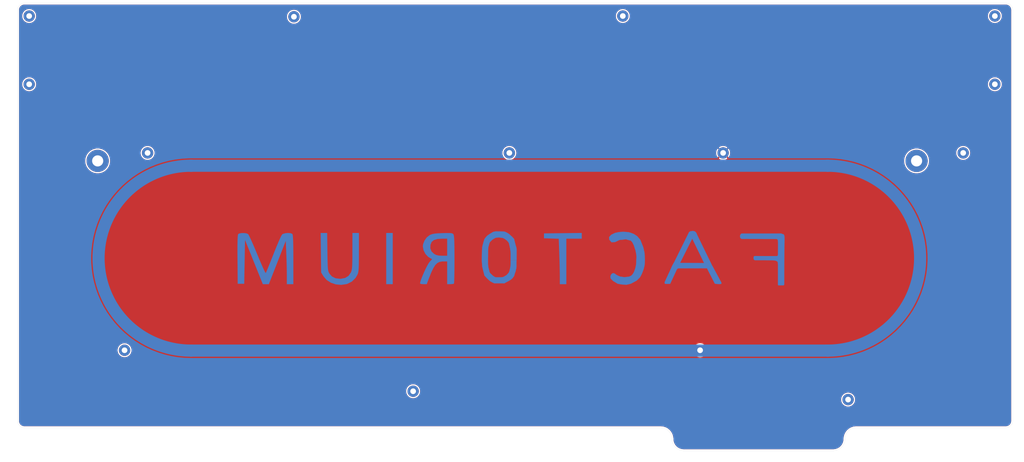
<source format=kicad_pcb>
(kicad_pcb (version 20171130) (host pcbnew "(5.1.6)-1")

  (general
    (thickness 1.6)
    (drawings 16)
    (tracks 0)
    (zones 0)
    (modules 18)
    (nets 2)
  )

  (page A2)
  (layers
    (0 F.Cu signal)
    (31 B.Cu signal)
    (32 B.Adhes user)
    (33 F.Adhes user)
    (34 B.Paste user)
    (35 F.Paste user)
    (36 B.SilkS user)
    (37 F.SilkS user)
    (38 B.Mask user)
    (39 F.Mask user)
    (40 Dwgs.User user)
    (41 Cmts.User user)
    (42 Eco1.User user)
    (43 Eco2.User user)
    (44 Edge.Cuts user)
    (45 Margin user)
    (46 B.CrtYd user)
    (47 F.CrtYd user)
    (48 B.Fab user)
    (49 F.Fab user)
  )

  (setup
    (last_trace_width 0.25)
    (trace_clearance 0.2)
    (zone_clearance 0.508)
    (zone_45_only no)
    (trace_min 0.2)
    (via_size 0.8)
    (via_drill 0.4)
    (via_min_size 0.4)
    (via_min_drill 0.3)
    (uvia_size 0.3)
    (uvia_drill 0.1)
    (uvias_allowed no)
    (uvia_min_size 0.2)
    (uvia_min_drill 0.1)
    (edge_width 0.05)
    (segment_width 0.2)
    (pcb_text_width 0.3)
    (pcb_text_size 1.5 1.5)
    (mod_edge_width 0.12)
    (mod_text_size 1 1)
    (mod_text_width 0.15)
    (pad_size 1.524 1.524)
    (pad_drill 0.762)
    (pad_to_mask_clearance 0.05)
    (aux_axis_origin 0 0)
    (visible_elements 7FFFFFFF)
    (pcbplotparams
      (layerselection 0x010fc_ffffffff)
      (usegerberextensions false)
      (usegerberattributes true)
      (usegerberadvancedattributes true)
      (creategerberjobfile true)
      (excludeedgelayer true)
      (linewidth 0.100000)
      (plotframeref false)
      (viasonmask false)
      (mode 1)
      (useauxorigin false)
      (hpglpennumber 1)
      (hpglpenspeed 20)
      (hpglpendiameter 15.000000)
      (psnegative false)
      (psa4output false)
      (plotreference true)
      (plotvalue true)
      (plotinvisibletext false)
      (padsonsilk false)
      (subtractmaskfromsilk false)
      (outputformat 1)
      (mirror false)
      (drillshape 0)
      (scaleselection 1)
      (outputdirectory "../gerber/gerber-factorium-bottom/"))
  )

  (net 0 "")
  (net 1 GND)

  (net_class Default "This is the default net class."
    (clearance 0.2)
    (trace_width 0.25)
    (via_dia 0.8)
    (via_drill 0.4)
    (uvia_dia 0.3)
    (uvia_drill 0.1)
    (add_net GND)
  )

  (module cftkb:MountingHole_2.2mm_M2_Pad (layer F.Cu) (tedit 5CFB748D) (tstamp 5EF3A8A2)
    (at 154.94 152.4)
    (descr "Mounting Hole 2.2mm, M2")
    (tags "mounting hole 2.2mm m2")
    (attr virtual)
    (fp_text reference REF** (at 0 -3.2) (layer Cmts.User)
      (effects (font (size 1 1) (thickness 0.15)))
    )
    (fp_text value MountingHole_2.2mm_M2_Pad (at 0 3.2) (layer F.Fab)
      (effects (font (size 1 1) (thickness 0.15)))
    )
    (fp_circle (center 0 0) (end 2.2 0) (layer Cmts.User) (width 0.15))
    (fp_circle (center 0 0) (end 2.45 0) (layer F.CrtYd) (width 0.05))
    (fp_text user %R (at 0.3 0) (layer F.Fab)
      (effects (font (size 1 1) (thickness 0.15)))
    )
    (pad 1 thru_hole circle (at 0 0) (size 4.4 4.4) (drill 2.2) (layers *.Cu *.Mask))
  )

  (module "cftkb:TOPY 4MM MASK" (layer B.Cu) (tedit 0) (tstamp 5EF3A363)
    (at 215.9 217.17)
    (fp_text reference G*** (at -3.81 2.54) (layer B.Cu) hide
      (effects (font (size 1.524 1.524) (thickness 0.3)) (justify mirror))
    )
    (fp_text value LOGO (at 0 3.81) (layer B.Cu) hide
      (effects (font (size 1.524 1.524) (thickness 0.3)) (justify mirror))
    )
    (fp_poly (pts (xy 0.220134 1.320919) (xy 0.789517 1.318742) (xy 1.3589 1.316566) (xy 1.3589 0.910166)
      (xy 0.220134 0.905814) (xy 0.220134 0.245533) (xy 0.939801 0.245533) (xy 0.939801 -0.186267)
      (xy 0.220134 -0.186267) (xy 0.220134 -0.863481) (xy 0.789517 -0.865658) (xy 1.3589 -0.867834)
      (xy 1.361163 -1.081617) (xy 1.363425 -1.2954) (xy 0.220134 -1.2954) (xy 0.220134 -1.913467)
      (xy -0.220133 -1.913467) (xy -0.220133 -1.2954) (xy -1.354666 -1.2954) (xy -1.354666 -0.863601)
      (xy -0.220133 -0.863601) (xy -0.220133 -0.186267) (xy -0.931333 -0.186267) (xy -0.931333 0.245533)
      (xy -0.220133 0.245533) (xy -0.220133 0.905933) (xy -1.354666 0.905933) (xy -1.354666 1.320799)
      (xy -0.220352 1.320799) (xy -0.2159 1.909233) (xy 0.002117 1.911492) (xy 0.220134 1.913752)
      (xy 0.220134 1.320919)) (layer B.Mask) (width 0.01))
  )

  (module logos:MYSTERIUM_LARGE_COPPER (layer B.Cu) (tedit 5EF2E147) (tstamp 5EF32EE8)
    (at 294.64 193.04 180)
    (fp_text reference G*** (at 13.54 -27.18 180) (layer B.SilkS) hide
      (effects (font (size 1.524 1.524) (thickness 0.3)) (justify mirror))
    )
    (fp_text value LOGO (at 15.88 -27.36 180) (layer B.SilkS) hide
      (effects (font (size 1.524 1.524) (thickness 0.3)) (justify mirror))
    )
    (fp_poly (pts (xy -43.094618 10.11) (xy -42.564618 10.07) (xy -41.714618 9.92) (xy -40.914618 9.75)
      (xy -40.334618 9.5) (xy -39.334618 9) (xy -38.554618 8.14) (xy -38.644618 7.14)
      (xy -39.444618 6.19) (xy -40.819618 6.245) (xy -42.484618 7.04) (xy -45.004618 7.31)
      (xy -46.944618 6.79) (xy -47.534618 6.1) (xy -48.104618 4.94) (xy -48.464618 3.81)
      (xy -48.724618 3.05) (xy -48.874618 2.4) (xy -48.974618 1.81) (xy -49.074618 1.31)
      (xy -49.114618 0.51) (xy -49.104618 -0.01) (xy -49.064618 -0.6) (xy -49.054618 -1.58)
      (xy -48.914618 -2.77) (xy -48.664618 -3.92) (xy -48.184618 -5.27) (xy -47.674618 -6.14)
      (xy -47.074618 -6.79) (xy -46.124618 -7.2) (xy -44.404618 -7.35) (xy -42.844618 -7.16)
      (xy -41.924618 -6.77) (xy -41.394618 -6.5) (xy -41.134618 -6.32) (xy -40.734618 -6)
      (xy -40.294618 -5.84) (xy -39.884618 -5.87) (xy -39.594618 -6.03) (xy -39.284618 -6.4)
      (xy -39.124618 -6.79) (xy -39.034618 -7.17) (xy -39.144618 -7.84) (xy -40.074618 -8.78)
      (xy -41.834618 -9.84) (xy -43.524618 -10.15) (xy -45.324618 -10.22) (xy -46.874618 -9.85)
      (xy -49.164618 -8.63) (xy -50.464618 -7.34) (xy -51.054618 -6.24) (xy -51.464618 -5.23)
      (xy -51.864618 -4.13) (xy -52.194618 -2.8) (xy -52.324618 -0.83) (xy -52.184618 2.04)
      (xy -51.704618 4.17) (xy -50.564618 7.06) (xy -49.344618 8.47) (xy -48.074618 9.31)
      (xy -46.934618 9.74) (xy -46.164618 9.98) (xy -45.264618 10.09) (xy -44.084618 10.15)) (layer B.Cu) (width 0.1))
    (fp_poly (pts (xy -105.01 9.51) (xy -89.82 9.5) (xy -89.54 9.4) (xy -89.36 9.19)
      (xy -89.23 9.03) (xy -89.17 8.9) (xy -89.12 8.73) (xy -89.09 8.57)
      (xy -89.1 8.26) (xy -89.14 8.03) (xy -89.23 7.87) (xy -89.33 7.7)
      (xy -89.52 7.58) (xy -89.78 7.46) (xy -90.03 7.44) (xy -90.33 7.44)
      (xy -90.68 7.44) (xy -91.3 7.45) (xy -103.17 7.42) (xy -103.37 7.37)
      (xy -103.51 7.29) (xy -103.59 7.21) (xy -103.65 7.11) (xy -103.72 6.92)
      (xy -103.75 6.46) (xy -103.77 5.78) (xy -103.75 1.56) (xy -103.75 1.22)
      (xy -103.67 1.04) (xy -103.54 0.87) (xy -103.39 0.79) (xy -99.52 0.79)
      (xy -94.94 0.81) (xy -94.72 0.81) (xy -94.49 0.66) (xy -94.36 0.5)
      (xy -94.33 0.26) (xy -94.33 -0.07) (xy -94.365 -0.29) (xy -94.535 -0.6)
      (xy -94.74 -0.73) (xy -94.94 -0.75) (xy -98.05 -0.74) (xy -100.857349 -0.775301)
      (xy -101.05 -0.78) (xy -101.25 -0.78) (xy -101.87 -0.82) (xy -102.34 -0.88)
      (xy -102.72 -0.9) (xy -103.19 -1.08) (xy -103.4 -1.23) (xy -103.58 -1.37)
      (xy -103.71 -1.58) (xy -103.72 -1.9) (xy -103.74 -2.22) (xy -103.75 -2.76)
      (xy -103.75 -5.97) (xy -103.75 -9.39) (xy -103.75 -9.85) (xy -103.75 -10.07)
      (xy -103.75 -10.18) (xy -103.76 -10.31) (xy -103.82 -10.42) (xy -103.93 -10.44)
      (xy -104.04 -10.45) (xy -104.17 -10.45) (xy -104.4 -10.45) (xy -104.73 -10.45)
      (xy -104.98 -10.45) (xy -105.22 -10.45) (xy -105.44 -10.45) (xy -105.72 -10.45)
      (xy -105.9 -10.42) (xy -106.04 -10.35) (xy -106.07 -10.28) (xy -106.1 -10.07)
      (xy -106.1 -9.87) (xy -106.1 -9.49) (xy -106.1 -9.23) (xy -106.11 -2.47)
      (xy -106.25 7.22) (xy -106.23 8.38) (xy -106.07 8.92) (xy -105.84 9.23)
      (xy -105.4 9.315) (xy -105.26 9.35)) (layer B.Cu) (width 0.1))
    (fp_poly (pts (xy -77.7425 -1.9) (xy -64.6275 -1.85) (xy -63.5075 -1.85) (xy -62.9275 -2.94)
      (xy -62.8175 -3.13) (xy -62.2675 -4.39) (xy -60.0875 -9.07) (xy -59.9775 -9.43)
      (xy -60.0175 -9.72) (xy -60.2275 -9.89) (xy -61.1875 -9.91) (xy -62.0925 -9.875)
      (xy -64.6825 -4.285) (xy -64.9975 -4) (xy -65.4175 -3.89) (xy -76.2475 -3.86)
      (xy -76.4575 -4.03) (xy -76.4975 -4.19) (xy -76.62 -4.4625) (xy -79.355 -9.7975)
      (xy -80.2775 -9.96) (xy -80.7175 -9.97) (xy -81.2375 -9.98) (xy -81.5875 -9.96)
      (xy -81.7775 -9.89) (xy -81.8975 -9.66) (xy -81.8875 -9.5) (xy -78.4425 -3.105)
      (xy -78.1775 -3.26) (xy -78.1475 -3.18) (xy -78.0575 -3.01) (xy -77.9275 -2.96)) (layer B.Cu) (width 0.1))
    (fp_poly (pts (xy -69.932309 10.36) (xy -69.442309 10.09) (xy -62.962309 -3.015) (xy -65.242309 -3.14)
      (xy -70.622309 7.61) (xy -75.622309 -2.66) (xy -76.812309 -3.08) (xy -76.962309 -3.3)
      (xy -77.397309 -3.3) (xy -77.862309 -3.3) (xy -78.142309 -3.31) (xy -78.452309 -3.21)
      (xy -78.164809 -2.6275) (xy -72.552309 8.88) (xy -72.212309 9.72) (xy -71.672309 10.3)
      (xy -70.872309 10.51)) (layer B.Cu) (width 0.1))
    (fp_poly (pts (xy 60.601528 2.743827) (xy 60.609024 0.421228) (xy 60.630808 -1.366513) (xy 60.673587 -2.711654)
      (xy 60.744066 -3.706453) (xy 60.848952 -4.443166) (xy 60.99495 -5.014051) (xy 61.188766 -5.511365)
      (xy 61.204047 -5.545254) (xy 62.100065 -6.829958) (xy 63.40132 -7.63816) (xy 65.099787 -7.965105)
      (xy 65.298345 -7.971278) (xy 67.09545 -7.76258) (xy 68.502982 -7.064118) (xy 69.450511 -5.999525)
      (xy 69.677277 -5.605733) (xy 69.851449 -5.188857) (xy 69.981415 -4.661333) (xy 70.075563 -3.935599)
      (xy 70.142282 -2.924093) (xy 70.189961 -1.539252) (xy 70.226988 0.306487) (xy 70.258085 2.430247)
      (xy 70.357331 9.720987) (xy 72.86465 9.720987) (xy 72.766066 2.091019) (xy 72.667481 -5.53895)
      (xy 71.723942 -7.064032) (xy 70.511317 -8.456755) (xy 68.891086 -9.488251) (xy 66.994529 -10.118122)
      (xy 64.952926 -10.305974) (xy 62.897557 -10.01141) (xy 62.515916 -9.897442) (xy 60.792968 -9.01683)
      (xy 59.405001 -7.64471) (xy 58.680505 -6.428395) (xy 58.493639 -5.963519) (xy 58.350967 -5.421802)
      (xy 58.246588 -4.715853) (xy 58.174599 -3.75828) (xy 58.129099 -2.46169) (xy 58.104188 -0.738691)
      (xy 58.093964 1.498108) (xy 58.092886 2.273456) (xy 58.086 9.720987) (xy 60.594642 9.720987)
      (xy 60.601528 2.743827)) (layer B.Cu) (width 0.01))
    (fp_poly (pts (xy -20.671186 9.648372) (xy -13.380446 9.564197) (xy -13.380446 7.682716) (xy -16.231869 7.593204)
      (xy -19.083292 7.503693) (xy -19.28839 1.63518) (xy -19.356367 -0.472888) (xy -19.414931 -2.600012)
      (xy -19.460032 -4.573726) (xy -19.487617 -6.221567) (xy -19.494374 -7.133951) (xy -19.49526 -10.034568)
      (xy -22.003902 -10.034568) (xy -22.003902 7.525926) (xy -27.961927 7.525926) (xy -27.961927 9.732546)
      (xy -20.671186 9.648372)) (layer B.Cu) (width 0.01))
    (fp_poly (pts (xy 25.391176 9.680081) (xy 25.747887 9.670279) (xy 27.50218 9.599757) (xy 28.774034 9.489441)
      (xy 29.70791 9.317626) (xy 30.44827 9.062608) (xy 30.749133 8.918867) (xy 31.867764 8.043184)
      (xy 32.769737 6.785233) (xy 33.312999 5.377982) (xy 33.407679 4.558864) (xy 33.134089 3.070628)
      (xy 32.420227 1.659966) (xy 31.39499 0.555987) (xy 31.010619 0.298209) (xy 29.808393 -0.393322)
      (xy 30.786448 -1.429752) (xy 31.214769 -2.032311) (xy 31.765717 -3.016312) (xy 32.382781 -4.25309)
      (xy 33.009451 -5.613981) (xy 33.589216 -6.970322) (xy 34.065566 -8.193448) (xy 34.381989 -9.154695)
      (xy 34.481976 -9.725399) (xy 34.462479 -9.799383) (xy 34.08502 -9.950606) (xy 33.329877 -10.030721)
      (xy 33.109893 -10.034568) (xy 31.901493 -10.034568) (xy 31.043693 -7.761112) (xy 30.166874 -5.556675)
      (xy 29.382381 -3.892614) (xy 28.632195 -2.700429) (xy 27.858304 -1.911621) (xy 27.00269 -1.45769)
      (xy 26.007339 -1.270137) (xy 25.53277 -1.254321) (xy 24.007158 -1.254321) (xy 24.007158 -10.034568)
      (xy 22.8051 -10.034568) (xy 21.976432 -9.984472) (xy 21.445979 -9.860526) (xy 21.393989 -9.825515)
      (xy 21.340757 -9.470164) (xy 21.292521 -8.567819) (xy 21.251076 -7.198634) (xy 21.218212 -5.442768)
      (xy 21.195725 -3.380378) (xy 21.185405 -1.091619) (xy 21.184936 -0.478042) (xy 21.188304 0.94074)
      (xy 24.007158 0.94074) (xy 25.999056 0.94074) (xy 27.32297 1.005313) (xy 28.277696 1.237806)
      (xy 29.052324 1.655997) (xy 30.073305 2.628609) (xy 30.522711 3.820263) (xy 30.462354 5.141494)
      (xy 30.02322 6.237774) (xy 29.155446 6.983448) (xy 27.813094 7.40375) (xy 26.123825 7.524753)
      (xy 24.007158 7.525926) (xy 24.007158 0.94074) (xy 21.188304 0.94074) (xy 21.191621 2.337378)
      (xy 21.21328 4.582866) (xy 21.252315 6.315528) (xy 21.311129 7.592468) (xy 21.392124 8.470788)
      (xy 21.497704 9.007594) (xy 21.592949 9.218369) (xy 21.83452 9.455964) (xy 22.2201 9.608422)
      (xy 22.864716 9.688254) (xy 23.883398 9.707969) (xy 25.391176 9.680081)) (layer B.Cu) (width 0.01))
    (fp_poly (pts (xy 47.538309 -10.034568) (xy 45.029667 -10.034568) (xy 45.029667 9.720987) (xy 47.538309 9.720987)
      (xy 47.538309 -10.034568)) (layer B.Cu) (width 0.01))
    (fp_poly (pts (xy 86.496999 9.640999) (xy 87.399934 9.376879) (xy 87.752981 9.143315) (xy 88.027132 8.69603)
      (xy 88.485371 7.751773) (xy 89.088632 6.399691) (xy 89.797849 4.728929) (xy 90.573955 2.828632)
      (xy 91.085434 1.538994) (xy 91.864719 -0.435613) (xy 92.577415 -2.216634) (xy 93.189234 -3.720381)
      (xy 93.665888 -4.863168) (xy 93.97309 -5.561309) (xy 94.067281 -5.738902) (xy 94.241485 -5.530176)
      (xy 94.614864 -4.81263) (xy 95.153939 -3.659852) (xy 95.825228 -2.145433) (xy 96.595253 -0.342963)
      (xy 97.34859 1.473444) (xy 98.197233 3.515783) (xy 98.994547 5.375582) (xy 99.703178 6.970327)
      (xy 100.285775 8.217499) (xy 100.704984 9.034583) (xy 100.904561 9.329012) (xy 101.574354 9.594268)
      (xy 102.543362 9.708189) (xy 103.563345 9.673245) (xy 104.386061 9.491911) (xy 104.702135 9.291184)
      (xy 104.813797 8.925086) (xy 104.897817 8.106859) (xy 104.955164 6.80185) (xy 104.986804 4.975402)
      (xy 104.993706 2.592861) (xy 104.976837 -0.380427) (xy 104.975717 -0.508199) (xy 104.892593 -9.877778)
      (xy 102.383951 -9.877778) (xy 102.070371 7.049076) (xy 98.633212 -1.492746) (xy 95.196054 -10.034568)
      (xy 92.875414 -10.034568) (xy 90.451051 -3.841358) (xy 89.665525 -1.834871) (xy 88.899228 0.12215)
      (xy 88.202731 1.900578) (xy 87.626605 3.371286) (xy 87.221421 4.405149) (xy 87.181276 4.507526)
      (xy 86.335864 6.6632) (xy 86.128426 1.870631) (xy 86.050644 -0.1873) (xy 85.986155 -2.390452)
      (xy 85.941037 -4.49418) (xy 85.921368 -6.25384) (xy 85.920988 -6.478253) (xy 85.920988 -10.034568)
      (xy 83.412346 -10.034568) (xy 83.412346 -0.533087) (xy 83.419861 2.405546) (xy 83.44354 4.761729)
      (xy 83.485077 6.58001) (xy 83.546171 7.904932) (xy 83.628518 8.781041) (xy 83.733816 9.252881)
      (xy 83.788642 9.344691) (xy 84.438337 9.637758) (xy 85.425461 9.732243) (xy 86.496999 9.640999)) (layer B.Cu) (width 0.01))
    (fp_line (start -122.93 35.7) (end 122.93 35.7) (layer B.Cu) (width 4.7))
    (fp_line (start -122.93 -35.7) (end 122.93 -35.7) (layer B.Cu) (width 4.7))
    (fp_poly (pts (xy 3.022245 10.3) (xy 3.632245 10.31) (xy 4.272245 10.31) (xy 4.872245 10.32)
      (xy 5.272245 10.32) (xy 5.782245 10.24) (xy 6.182245 10.13) (xy 6.592245 9.92)
      (xy 7.032245 9.65) (xy 7.532245 9.36) (xy 7.862245 9.14) (xy 8.462245 8.71)
      (xy 8.952245 8.19) (xy 9.352245 7.71) (xy 9.602245 7.34) (xy 9.952245 6.21)
      (xy 10.342245 4.79) (xy 10.472245 3.93) (xy 10.542245 2.83) (xy 10.572245 1.18)
      (xy 10.592245 -0.29) (xy 10.582245 -1.35) (xy 10.462245 -3.19) (xy 10.022245 -5.01)
      (xy 9.582245 -6.72) (xy 8.722245 -7.64) (xy 7.822245 -8.53) (xy 7.222245 -8.98)
      (xy 6.442245 -9.4) (xy 5.792245 -9.68) (xy 3.402245 -9.66) (xy 1.922245 -9.68)
      (xy 1.482245 -9.43) (xy 0.232245 -8.76) (xy -0.517755 -8.32) (xy -1.187755 -7.75)
      (xy -1.827755 -6.86) (xy -2.077755 -5.96) (xy -2.377755 -5.11) (xy -2.567755 -4.26)
      (xy -2.687755 -3.7) (xy -2.747755 -3.17) (xy -2.737755 -2.8) (xy -2.737755 -2.38)
      (xy -2.737755 -1.88) (xy -2.737755 -1.6) (xy -2.747755 -1.25) (xy -2.757755 -0.93)
      (xy -2.757755 -0.78) (xy -2.517363 -0.774804) (xy -1.937363 -0.764804) (xy -0.797363 -0.774804)
      (xy -0.497755 -0.77) (xy -0.497755 -0.92) (xy -0.497755 -1.14) (xy -0.507755 -1.61)
      (xy -0.507755 -1.9) (xy -0.487755 -2.34) (xy -0.447755 -3.22) (xy -0.257755 -4.1)
      (xy -0.077755 -4.9) (xy 0.192245 -5.59) (xy 0.537245 -5.98) (xy 0.947245 -6.44)
      (xy 1.342245 -6.72) (xy 2.052245 -7.14) (xy 2.482245 -7.32) (xy 3.192245 -7.43)
      (xy 4.012245 -7.43) (xy 4.602245 -7.425) (xy 5.282245 -7.415) (xy 5.752245 -7.2)
      (xy 6.352245 -6.81) (xy 6.812245 -6.37) (xy 7.092245 -6.09) (xy 7.402245 -5.83)
      (xy 7.612245 -5.49) (xy 7.742245 -5.08) (xy 7.822245 -4.71) (xy 7.902245 -4.38)
      (xy 8.002245 -4.025) (xy 8.102245 -3.655) (xy 8.182245 -3.21) (xy 8.232245 -2.67)
      (xy 8.262245 -2.01) (xy 8.252245 -1.43) (xy 8.262245 -1) (xy 8.252245 -0.5)
      (xy 8.262245 0.02) (xy 8.242245 0.58) (xy 8.242245 1.4) (xy 8.232245 2.13)
      (xy 8.232245 2.8) (xy 8.212245 3.45) (xy 8.172245 3.99) (xy 8.082245 4.45)
      (xy 7.942245 4.88) (xy 7.902245 5.14) (xy 7.772245 5.54) (xy 7.672245 5.93)
      (xy 7.482245 6.25) (xy 7.122245 6.62) (xy 6.602245 7.12) (xy 6.054745 7.49)
      (xy 5.569745 7.75) (xy 5.097245 7.955) (xy 4.747245 7.965) (xy 4.232245 8.01)
      (xy 3.742245 7.99) (xy 3.317245 7.955) (xy 2.962245 7.91) (xy 2.732245 7.875)
      (xy 2.452245 7.805) (xy 2.202245 7.68) (xy 2.002245 7.58) (xy 1.732245 7.43)
      (xy 1.552245 7.33) (xy 1.262245 7.07) (xy 1.022245 6.9) (xy 0.822245 6.7)
      (xy 0.582245 6.43) (xy 0.342245 6.17) (xy 0.172245 5.86) (xy 0.082245 5.58)
      (xy -0.007755 5.24) (xy -0.067755 4.87) (xy -0.177755 4.47) (xy -0.257755 3.99)
      (xy -0.337755 3.66) (xy -0.397755 3.25) (xy -0.467755 2.76) (xy -0.487755 2.23)
      (xy -0.517755 1.7) (xy -0.497755 0.92) (xy -0.507755 -0.714804) (xy -1.527363 -0.704804)
      (xy -2.317755 -0.7) (xy -2.637755 -0.69) (xy -2.777755 -0.68) (xy -2.777755 -0.38)
      (xy -2.767755 0.26) (xy -2.777755 0.85) (xy -2.777755 1.56) (xy -2.777755 2.34)
      (xy -2.787755 3.25) (xy -2.747755 3.88) (xy -2.557755 4.54) (xy -2.347755 5.23)
      (xy -2.207755 5.8) (xy -2.067755 6.34) (xy -1.947755 6.82) (xy -1.847755 7.3)
      (xy -1.667755 7.59) (xy -1.367755 7.92) (xy -1.027755 8.28) (xy -0.617755 8.63)
      (xy -0.277755 8.97) (xy 0.002245 9.21) (xy 0.402245 9.5) (xy 0.882245 9.79)
      (xy 1.442245 10.06) (xy 1.892245 10.25) (xy 2.377049 10.287402)) (layer B.Cu) (width 0.1))
    (fp_arc (start 122.93 0) (end 122.93 -35.7) (angle 180) (layer B.Cu) (width 4.7))
    (fp_arc (start -122.93 0) (end -122.93 35.7) (angle 180) (layer B.Cu) (width 4.7))
  )

  (module MountingHole:MountingHole_4.3mm_M4_Pad (layer F.Cu) (tedit 56D1B4CB) (tstamp 5EF2EB69)
    (at 135.6706 155.4734)
    (descr "Mounting Hole 4.3mm, M4")
    (tags "mounting hole 4.3mm m4")
    (attr virtual)
    (fp_text reference REF** (at 0 -5.3) (layer Cmts.User)
      (effects (font (size 1 1) (thickness 0.15)))
    )
    (fp_text value MountingHole_4.3mm_M4_Pad (at 0 5.3) (layer F.Fab)
      (effects (font (size 1 1) (thickness 0.15)))
    )
    (fp_circle (center 0 0) (end 4.3 0) (layer Cmts.User) (width 0.15))
    (fp_circle (center 0 0) (end 4.55 0) (layer F.CrtYd) (width 0.05))
    (fp_text user %R (at 0.3 0) (layer F.Fab)
      (effects (font (size 1 1) (thickness 0.15)))
    )
    (pad 1 thru_hole circle (at 0 0) (size 8.6 8.6) (drill 4.3) (layers *.Cu *.Mask))
  )

  (module MountingHole:MountingHole_4.3mm_M4_Pad (layer F.Cu) (tedit 56D1B4CB) (tstamp 5EF2EB62)
    (at 451.9006 155.4734)
    (descr "Mounting Hole 4.3mm, M4")
    (tags "mounting hole 4.3mm m4")
    (attr virtual)
    (fp_text reference REF** (at 0 -5.3) (layer Cmts.User)
      (effects (font (size 1 1) (thickness 0.15)))
    )
    (fp_text value MountingHole_4.3mm_M4_Pad (at 0 5.3) (layer F.Fab)
      (effects (font (size 1 1) (thickness 0.15)))
    )
    (fp_circle (center 0 0) (end 4.3 0) (layer Cmts.User) (width 0.15))
    (fp_circle (center 0 0) (end 4.55 0) (layer F.CrtYd) (width 0.05))
    (fp_text user %R (at 0.3 0) (layer F.Fab)
      (effects (font (size 1 1) (thickness 0.15)))
    )
    (pad 1 thru_hole circle (at 0 0) (size 8.6 8.6) (drill 4.3) (layers *.Cu *.Mask))
  )

  (module cftkb:MountingHole_2.2mm_M2_Pad locked (layer F.Cu) (tedit 5CFB748D) (tstamp 5EF2D219)
    (at 482.12375 125.88875)
    (descr "Mounting Hole 2.2mm, M2")
    (tags "mounting hole 2.2mm m2")
    (attr virtual)
    (fp_text reference REF** (at 0 -3.2) (layer Cmts.User)
      (effects (font (size 1 1) (thickness 0.15)))
    )
    (fp_text value MountingHole_2.2mm_M2_Pad (at 0 3.2) (layer F.Fab)
      (effects (font (size 1 1) (thickness 0.15)))
    )
    (fp_circle (center 0 0) (end 2.2 0) (layer Cmts.User) (width 0.15))
    (fp_circle (center 0 0) (end 2.45 0) (layer F.CrtYd) (width 0.05))
    (fp_text user %R (at 0.3 0) (layer F.Fab)
      (effects (font (size 1 1) (thickness 0.15)))
    )
    (pad 1 thru_hole circle (at 0 0) (size 4.4 4.4) (drill 2.2) (layers *.Cu *.Mask))
  )

  (module cftkb:MountingHole_2.2mm_M2_Pad (layer F.Cu) (tedit 5CFB748D) (tstamp 5EF2D1D7)
    (at 338.455 99.53625)
    (descr "Mounting Hole 2.2mm, M2")
    (tags "mounting hole 2.2mm m2")
    (attr virtual)
    (fp_text reference REF** (at 0 -3.2) (layer Cmts.User)
      (effects (font (size 1 1) (thickness 0.15)))
    )
    (fp_text value MountingHole_2.2mm_M2_Pad (at 0 3.2) (layer F.Fab)
      (effects (font (size 1 1) (thickness 0.15)))
    )
    (fp_circle (center 0 0) (end 2.45 0) (layer F.CrtYd) (width 0.05))
    (fp_circle (center 0 0) (end 2.2 0) (layer Cmts.User) (width 0.15))
    (fp_text user %R (at 0.3 0) (layer F.Fab)
      (effects (font (size 1 1) (thickness 0.15)))
    )
    (pad 1 thru_hole circle (at 0 0) (size 4.4 4.4) (drill 2.2) (layers *.Cu *.Mask))
  )

  (module MountingHole:MountingHole_2.2mm_M2_Pad (layer F.Cu) (tedit 5CDB4DFA) (tstamp 5EF2D1A6)
    (at 257.489595 244.42811)
    (descr "Mounting Hole 2.2mm, M2")
    (tags "mounting hole 2.2mm m2")
    (attr virtual)
    (fp_text reference REF** (at 0 -3.2) (layer Cmts.User)
      (effects (font (size 1 1) (thickness 0.15)))
    )
    (fp_text value MountingHole_2.2mm_M2_Pad (at 0 3.2) (layer F.Fab)
      (effects (font (size 1 1) (thickness 0.15)))
    )
    (fp_circle (center 0 0) (end 2.2 0) (layer Cmts.User) (width 0.15))
    (fp_circle (center 0 0) (end 2.45 0) (layer F.CrtYd) (width 0.05))
    (fp_text user %R (at 0.3 0) (layer F.Fab)
      (effects (font (size 1 1) (thickness 0.15)))
    )
    (pad 1 thru_hole circle (at 0 0) (size 4.4 4.4) (drill 2.2) (layers *.Cu *.Mask))
  )

  (module cftkb:MountingHole_2.2mm_M2_Pad locked (layer F.Cu) (tedit 5CFB748D) (tstamp 5EF2D175)
    (at 482.12375 99.53625)
    (descr "Mounting Hole 2.2mm, M2")
    (tags "mounting hole 2.2mm m2")
    (attr virtual)
    (fp_text reference REF** (at 0 -3.2) (layer Cmts.User)
      (effects (font (size 1 1) (thickness 0.15)))
    )
    (fp_text value MountingHole_2.2mm_M2_Pad (at 0 3.2) (layer F.Fab)
      (effects (font (size 1 1) (thickness 0.15)))
    )
    (fp_circle (center 0 0) (end 2.45 0) (layer F.CrtYd) (width 0.05))
    (fp_circle (center 0 0) (end 2.2 0) (layer Cmts.User) (width 0.15))
    (fp_text user %R (at 0.3 0) (layer F.Fab)
      (effects (font (size 1 1) (thickness 0.15)))
    )
    (pad 1 thru_hole circle (at 0 0) (size 4.4 4.4) (drill 2.2) (layers *.Cu *.Mask))
  )

  (module cftkb:MountingHole_2.2mm_M2_Pad (layer F.Cu) (tedit 5CFB748D) (tstamp 5EF2D136)
    (at 109.22 125.88875)
    (descr "Mounting Hole 2.2mm, M2")
    (tags "mounting hole 2.2mm m2")
    (attr virtual)
    (fp_text reference REF** (at 0 -3.2) (layer Cmts.User)
      (effects (font (size 1 1) (thickness 0.15)))
    )
    (fp_text value MountingHole_2.2mm_M2_Pad (at 0 3.2) (layer F.Fab)
      (effects (font (size 1 1) (thickness 0.15)))
    )
    (fp_circle (center 0 0) (end 2.2 0) (layer Cmts.User) (width 0.15))
    (fp_circle (center 0 0) (end 2.45 0) (layer F.CrtYd) (width 0.05))
    (fp_text user %R (at 0.3 0) (layer F.Fab)
      (effects (font (size 1 1) (thickness 0.15)))
    )
    (pad 1 thru_hole circle (at 0 0) (size 4.4 4.4) (drill 2.2) (layers *.Cu *.Mask))
  )

  (module cftkb:MountingHole_2.2mm_M2_Pad (layer F.Cu) (tedit 5CFB748D) (tstamp 5EF2D0F9)
    (at 109.22 99.53625)
    (descr "Mounting Hole 2.2mm, M2")
    (tags "mounting hole 2.2mm m2")
    (attr virtual)
    (fp_text reference REF** (at 0 -3.2) (layer Cmts.User)
      (effects (font (size 1 1) (thickness 0.15)))
    )
    (fp_text value MountingHole_2.2mm_M2_Pad (at 0 3.2) (layer F.Fab)
      (effects (font (size 1 1) (thickness 0.15)))
    )
    (fp_circle (center 0 0) (end 2.45 0) (layer F.CrtYd) (width 0.05))
    (fp_circle (center 0 0) (end 2.2 0) (layer Cmts.User) (width 0.15))
    (fp_text user %R (at 0.3 0) (layer F.Fab)
      (effects (font (size 1 1) (thickness 0.15)))
    )
    (pad 1 thru_hole circle (at 0 0) (size 4.4 4.4) (drill 2.2) (layers *.Cu *.Mask))
  )

  (module cftkb:MountingHole_2.2mm_M2_Pad (layer F.Cu) (tedit 5CFB748D) (tstamp 5EF2CA68)
    (at 146.05 228.6)
    (descr "Mounting Hole 2.2mm, M2")
    (tags "mounting hole 2.2mm m2")
    (attr virtual)
    (fp_text reference REF** (at 0 -3.2) (layer Cmts.User)
      (effects (font (size 1 1) (thickness 0.15)))
    )
    (fp_text value MountingHole_2.2mm_M2_Pad (at 0 3.2) (layer F.Fab)
      (effects (font (size 1 1) (thickness 0.15)))
    )
    (fp_circle (center 0 0) (end 2.45 0) (layer F.CrtYd) (width 0.05))
    (fp_circle (center 0 0) (end 2.2 0) (layer Cmts.User) (width 0.15))
    (fp_text user %R (at 0.3 0) (layer F.Fab)
      (effects (font (size 1 1) (thickness 0.15)))
    )
    (pad 1 thru_hole circle (at 0 0) (size 4.4 4.4) (drill 2.2) (layers *.Cu *.Mask))
  )

  (module cftkb:MountingHole_2.2mm_M2_Pad (layer F.Cu) (tedit 5CFB748D) (tstamp 5EF2CA61)
    (at 425.45 247.65)
    (descr "Mounting Hole 2.2mm, M2")
    (tags "mounting hole 2.2mm m2")
    (attr virtual)
    (fp_text reference REF** (at 0 -3.2) (layer Cmts.User)
      (effects (font (size 1 1) (thickness 0.15)))
    )
    (fp_text value MountingHole_2.2mm_M2_Pad (at 0 3.2) (layer F.Fab)
      (effects (font (size 1 1) (thickness 0.15)))
    )
    (fp_circle (center 0 0) (end 2.45 0) (layer F.CrtYd) (width 0.05))
    (fp_circle (center 0 0) (end 2.2 0) (layer Cmts.User) (width 0.15))
    (fp_text user %R (at 0.3 0) (layer F.Fab)
      (effects (font (size 1 1) (thickness 0.15)))
    )
    (pad 1 thru_hole circle (at 0 0) (size 4.4 4.4) (drill 2.2) (layers *.Cu *.Mask))
  )

  (module cftkb:MountingHole_2.2mm_M2_Pad (layer F.Cu) (tedit 5CFB748D) (tstamp 5EF2CA5A)
    (at 294.64 152.4)
    (descr "Mounting Hole 2.2mm, M2")
    (tags "mounting hole 2.2mm m2")
    (attr virtual)
    (fp_text reference REF** (at 0 -3.2) (layer Cmts.User)
      (effects (font (size 1 1) (thickness 0.15)))
    )
    (fp_text value MountingHole_2.2mm_M2_Pad (at 0 3.2) (layer F.Fab)
      (effects (font (size 1 1) (thickness 0.15)))
    )
    (fp_circle (center 0 0) (end 2.45 0) (layer F.CrtYd) (width 0.05))
    (fp_circle (center 0 0) (end 2.2 0) (layer Cmts.User) (width 0.15))
    (fp_text user %R (at 0.3 0) (layer F.Fab)
      (effects (font (size 1 1) (thickness 0.15)))
    )
    (pad 1 thru_hole circle (at 0 0) (size 4.4 4.4) (drill 2.2) (layers *.Cu *.Mask))
  )

  (module cftkb:MountingHole_2.2mm_M2_Pad (layer F.Cu) (tedit 5CFB748D) (tstamp 5EF2CA4C)
    (at 368.3 228.6)
    (descr "Mounting Hole 2.2mm, M2")
    (tags "mounting hole 2.2mm m2")
    (attr virtual)
    (fp_text reference REF** (at 0 -3.2) (layer Cmts.User)
      (effects (font (size 1 1) (thickness 0.15)))
    )
    (fp_text value MountingHole_2.2mm_M2_Pad (at 0 3.2) (layer F.Fab)
      (effects (font (size 1 1) (thickness 0.15)))
    )
    (fp_circle (center 0 0) (end 2.45 0) (layer F.CrtYd) (width 0.05))
    (fp_circle (center 0 0) (end 2.2 0) (layer Cmts.User) (width 0.15))
    (fp_text user %R (at 0.3 0) (layer F.Fab)
      (effects (font (size 1 1) (thickness 0.15)))
    )
    (pad 1 thru_hole circle (at 0 0) (size 4.4 4.4) (drill 2.2) (layers *.Cu *.Mask))
  )

  (module cftkb:MountingHole_2.2mm_M2_Pad (layer F.Cu) (tedit 5CFB748D) (tstamp 5EF2CA45)
    (at 211.455 99.811251)
    (descr "Mounting Hole 2.2mm, M2")
    (tags "mounting hole 2.2mm m2")
    (attr virtual)
    (fp_text reference REF** (at 0 -3.2) (layer Cmts.User)
      (effects (font (size 1 1) (thickness 0.15)))
    )
    (fp_text value MountingHole_2.2mm_M2_Pad (at 0 3.2) (layer F.Fab)
      (effects (font (size 1 1) (thickness 0.15)))
    )
    (fp_circle (center 0 0) (end 2.45 0) (layer F.CrtYd) (width 0.05))
    (fp_circle (center 0 0) (end 2.2 0) (layer Cmts.User) (width 0.15))
    (fp_text user %R (at 0.3 0) (layer F.Fab)
      (effects (font (size 1 1) (thickness 0.15)))
    )
    (pad 1 thru_hole circle (at 0 0) (size 4.4 4.4) (drill 2.2) (layers *.Cu *.Mask))
  )

  (module cftkb:MountingHole_2.2mm_M2_Pad (layer F.Cu) (tedit 5CFB748D) (tstamp 5EF2CA37)
    (at 469.9 152.4)
    (descr "Mounting Hole 2.2mm, M2")
    (tags "mounting hole 2.2mm m2")
    (attr virtual)
    (fp_text reference REF** (at 0 -3.2) (layer Cmts.User)
      (effects (font (size 1 1) (thickness 0.15)))
    )
    (fp_text value MountingHole_2.2mm_M2_Pad (at 0 3.2) (layer F.Fab)
      (effects (font (size 1 1) (thickness 0.15)))
    )
    (fp_circle (center 0 0) (end 2.45 0) (layer F.CrtYd) (width 0.05))
    (fp_circle (center 0 0) (end 2.2 0) (layer Cmts.User) (width 0.15))
    (fp_text user %R (at 0.3 0) (layer F.Fab)
      (effects (font (size 1 1) (thickness 0.15)))
    )
    (pad 1 thru_hole circle (at 0 0) (size 4.4 4.4) (drill 2.2) (layers *.Cu *.Mask))
  )

  (module cftkb:MountingHole_2.2mm_M2_Pad (layer F.Cu) (tedit 5CFB748D) (tstamp 5EF3A563)
    (at 377.19 152.4)
    (descr "Mounting Hole 2.2mm, M2")
    (tags "mounting hole 2.2mm m2")
    (path /5EF2EE7A)
    (attr virtual)
    (fp_text reference H1 (at 0 -3.2) (layer Cmts.User)
      (effects (font (size 1 1) (thickness 0.15)))
    )
    (fp_text value Mechanical_MountingHole_Pad (at 0 3.2) (layer F.Fab)
      (effects (font (size 1 1) (thickness 0.15)))
    )
    (fp_circle (center 0 0) (end 2.45 0) (layer F.CrtYd) (width 0.05))
    (fp_circle (center 0 0) (end 2.2 0) (layer Cmts.User) (width 0.15))
    (fp_text user %R (at 0.3 0) (layer F.Fab)
      (effects (font (size 1 1) (thickness 0.15)))
    )
    (pad 1 thru_hole circle (at 0 0) (size 4.4 4.4) (drill 2.2) (layers *.Cu *.Mask)
      (net 1 GND))
  )

  (gr_text "JAYWHYOKAY\n" (at 207.01 217.17) (layer B.Mask)
    (effects (font (size 1.5 1.5) (thickness 0.3)) (justify mirror))
  )
  (gr_arc (start 361.95 262.89) (end 357.505 262.89) (angle -90) (layer Edge.Cuts) (width 0.05) (tstamp 5EF2E1A5))
  (gr_arc (start 419.735 262.89) (end 419.735 267.335) (angle -90) (layer Edge.Cuts) (width 0.05) (tstamp 5EF2E1A4))
  (gr_line (start 419.735 267.335) (end 361.95 267.335) (layer Edge.Cuts) (width 0.05) (tstamp 5EF2E1A3))
  (gr_arc (start 486.41 255.905) (end 486.41 258.445) (angle -90) (layer Edge.Cuts) (width 0.05) (tstamp 5EF2E1A1))
  (gr_arc (start 353.06 262.89) (end 357.505 262.89) (angle -90) (layer Edge.Cuts) (width 0.05) (tstamp 5EF2E1A0))
  (gr_arc (start 486.41 97.155) (end 488.95 97.155) (angle -90) (layer Edge.Cuts) (width 0.05) (tstamp 5EF2E19D))
  (gr_line (start 107.315 94.615) (end 486.41 94.615) (layer Edge.Cuts) (width 0.05) (tstamp 5EF2E19C))
  (gr_arc (start 107.315 255.905) (end 104.775 255.905) (angle -90) (layer Edge.Cuts) (width 0.05) (tstamp 5EF2E19B))
  (gr_line (start 104.775 255.905) (end 104.775 97.155) (layer Edge.Cuts) (width 0.05) (tstamp 5EF2E19A))
  (gr_arc (start 107.315 97.155) (end 107.315 94.615) (angle -90) (layer Edge.Cuts) (width 0.05) (tstamp 5EF2E199))
  (gr_line (start 486.41 94.615) (end 486.41 94.615) (layer Edge.Cuts) (width 0.05) (tstamp 5EF2E198))
  (gr_line (start 428.625 258.445) (end 486.41 258.445) (layer Edge.Cuts) (width 0.05) (tstamp 5EF2E197))
  (gr_line (start 353.06 258.445) (end 107.315 258.445) (layer Edge.Cuts) (width 0.05) (tstamp 5EF2E196))
  (gr_arc (start 428.625 262.89) (end 428.625 258.445) (angle -90) (layer Edge.Cuts) (width 0.05) (tstamp 5EF2E195))
  (gr_line (start 488.95 255.905) (end 488.95 97.155) (layer Edge.Cuts) (width 0.05) (tstamp 5EF2E194))

  (zone (net 1) (net_name GND) (layer F.Cu) (tstamp 5EF348E9) (hatch edge 0.508)
    (connect_pads (clearance 0.508))
    (min_thickness 0.254)
    (fill yes (arc_segments 32) (thermal_gap 0.508) (thermal_bridge_width 0.508))
    (polygon
      (pts
        (xy 493.395 271.78) (xy 103.505 271.78) (xy 103.505 93.345) (xy 493.395 93.345)
      )
    )
    (filled_polygon
      (pts
        (xy 486.774545 95.313909) (xy 487.125208 95.41978) (xy 487.448625 95.591744) (xy 487.732484 95.823254) (xy 487.965965 96.105486)
        (xy 488.140183 96.427695) (xy 488.248502 96.777614) (xy 488.290001 97.172452) (xy 488.29 255.872721) (xy 488.251091 256.269545)
        (xy 488.14522 256.620206) (xy 487.973257 256.943623) (xy 487.741748 257.227482) (xy 487.459514 257.460965) (xy 487.137304 257.635184)
        (xy 486.787385 257.743502) (xy 486.392557 257.785) (xy 428.592581 257.785) (xy 428.584543 257.785792) (xy 428.391737 257.790504)
        (xy 428.384563 257.791366) (xy 428.377349 257.791013) (xy 428.313159 257.797137) (xy 427.477549 257.918294) (xy 427.447868 257.925529)
        (xy 427.417621 257.929834) (xy 427.355752 257.947985) (xy 427.355746 257.947986) (xy 427.355743 257.947987) (xy 426.558124 258.224967)
        (xy 426.530342 258.237686) (xy 426.501458 258.247632) (xy 426.44415 258.277148) (xy 426.444133 258.277156) (xy 426.444126 258.277161)
        (xy 425.713276 258.699969) (xy 425.688402 258.717711) (xy 425.66192 258.732939) (xy 425.611221 258.772763) (xy 425.61121 258.772771)
        (xy 425.611205 258.772776) (xy 424.973492 259.326155) (xy 424.952418 259.348284) (xy 424.929296 259.368243) (xy 424.887044 259.416934)
        (xy 424.887034 259.416944) (xy 424.88703 259.416949) (xy 424.365463 260.080936) (xy 424.348957 260.106647) (xy 424.330024 260.13062)
        (xy 424.297743 260.186419) (xy 424.297733 260.186435) (xy 424.297733 260.186436) (xy 423.911129 260.937073) (xy 423.899783 260.96544)
        (xy 423.885723 260.992564) (xy 423.864575 261.053463) (xy 423.86457 261.053476) (xy 423.86457 261.053478) (xy 423.626884 261.863679)
        (xy 423.621107 261.893677) (xy 423.61243 261.922971) (xy 423.60318 261.986769) (xy 423.603177 261.986787) (xy 423.603177 261.986796)
        (xy 423.522984 262.827315) (xy 423.448771 263.605156) (xy 423.246536 264.294516) (xy 422.917596 264.93319) (xy 422.47382 265.498143)
        (xy 421.93122 265.968988) (xy 421.309377 266.328733) (xy 420.630721 266.564402) (xy 419.896523 266.670855) (xy 419.726934 266.675)
        (xy 361.981409 266.675) (xy 361.234844 266.603771) (xy 360.545484 266.401536) (xy 359.90681 266.072596) (xy 359.341857 265.62882)
        (xy 358.871012 265.08622) (xy 358.511267 264.464377) (xy 358.275598 263.785721) (xy 358.169145 263.051523) (xy 358.164803 262.873874)
        (xy 358.159496 262.656737) (xy 358.158634 262.649563) (xy 358.158987 262.642349) (xy 358.152863 262.578159) (xy 358.031706 261.742549)
        (xy 358.024471 261.712868) (xy 358.020166 261.682621) (xy 358.002014 261.620747) (xy 358.002014 261.620745) (xy 358.002013 261.620743)
        (xy 357.725033 260.823124) (xy 357.712314 260.795342) (xy 357.702368 260.766458) (xy 357.672852 260.70915) (xy 357.672844 260.709133)
        (xy 357.672839 260.709126) (xy 357.250031 259.978276) (xy 357.232289 259.953402) (xy 357.217061 259.92692) (xy 357.177237 259.876221)
        (xy 357.177229 259.87621) (xy 357.177224 259.876205) (xy 356.623845 259.238492) (xy 356.601716 259.217418) (xy 356.581757 259.194296)
        (xy 356.533066 259.152044) (xy 356.533056 259.152034) (xy 356.533051 259.15203) (xy 355.869064 258.630463) (xy 355.843353 258.613957)
        (xy 355.81938 258.595024) (xy 355.763581 258.562743) (xy 355.763565 258.562733) (xy 355.763556 258.56273) (xy 355.012927 258.176129)
        (xy 354.98456 258.164783) (xy 354.957436 258.150723) (xy 354.896537 258.129575) (xy 354.896524 258.12957) (xy 354.896518 258.129569)
        (xy 354.086321 257.891884) (xy 354.056323 257.886107) (xy 354.027029 257.87743) (xy 353.963231 257.86818) (xy 353.963213 257.868177)
        (xy 353.963204 257.868177) (xy 353.12369 257.78808) (xy 353.092419 257.785) (xy 107.347279 257.785) (xy 106.950455 257.746091)
        (xy 106.599794 257.64022) (xy 106.276377 257.468257) (xy 105.992518 257.236748) (xy 105.759035 256.954514) (xy 105.584816 256.632304)
        (xy 105.476498 256.282385) (xy 105.435 255.887557) (xy 105.435 247.370777) (xy 422.615 247.370777) (xy 422.615 247.929223)
        (xy 422.723948 248.476939) (xy 422.937656 248.992876) (xy 423.247912 249.457207) (xy 423.642793 249.852088) (xy 424.107124 250.162344)
        (xy 424.623061 250.376052) (xy 425.170777 250.485) (xy 425.729223 250.485) (xy 426.276939 250.376052) (xy 426.792876 250.162344)
        (xy 427.257207 249.852088) (xy 427.652088 249.457207) (xy 427.962344 248.992876) (xy 428.176052 248.476939) (xy 428.285 247.929223)
        (xy 428.285 247.370777) (xy 428.176052 246.823061) (xy 427.962344 246.307124) (xy 427.652088 245.842793) (xy 427.257207 245.447912)
        (xy 426.792876 245.137656) (xy 426.276939 244.923948) (xy 425.729223 244.815) (xy 425.170777 244.815) (xy 424.623061 244.923948)
        (xy 424.107124 245.137656) (xy 423.642793 245.447912) (xy 423.247912 245.842793) (xy 422.937656 246.307124) (xy 422.723948 246.823061)
        (xy 422.615 247.370777) (xy 105.435 247.370777) (xy 105.435 244.148887) (xy 254.654595 244.148887) (xy 254.654595 244.707333)
        (xy 254.763543 245.255049) (xy 254.977251 245.770986) (xy 255.287507 246.235317) (xy 255.682388 246.630198) (xy 256.146719 246.940454)
        (xy 256.662656 247.154162) (xy 257.210372 247.26311) (xy 257.768818 247.26311) (xy 258.316534 247.154162) (xy 258.832471 246.940454)
        (xy 259.296802 246.630198) (xy 259.691683 246.235317) (xy 260.001939 245.770986) (xy 260.215647 245.255049) (xy 260.324595 244.707333)
        (xy 260.324595 244.148887) (xy 260.215647 243.601171) (xy 260.001939 243.085234) (xy 259.691683 242.620903) (xy 259.296802 242.226022)
        (xy 258.832471 241.915766) (xy 258.316534 241.702058) (xy 257.768818 241.59311) (xy 257.210372 241.59311) (xy 256.662656 241.702058)
        (xy 256.146719 241.915766) (xy 255.682388 242.226022) (xy 255.287507 242.620903) (xy 254.977251 243.085234) (xy 254.763543 243.601171)
        (xy 254.654595 244.148887) (xy 105.435 244.148887) (xy 105.435 228.320777) (xy 143.215 228.320777) (xy 143.215 228.879223)
        (xy 143.323948 229.426939) (xy 143.537656 229.942876) (xy 143.847912 230.407207) (xy 144.242793 230.802088) (xy 144.707124 231.112344)
        (xy 145.223061 231.326052) (xy 145.770777 231.435) (xy 146.329223 231.435) (xy 146.876939 231.326052) (xy 147.392876 231.112344)
        (xy 147.857207 230.802088) (xy 148.252088 230.407207) (xy 148.562344 229.942876) (xy 148.776052 229.426939) (xy 148.885 228.879223)
        (xy 148.885 228.320777) (xy 365.465 228.320777) (xy 365.465 228.879223) (xy 365.573948 229.426939) (xy 365.787656 229.942876)
        (xy 366.097912 230.407207) (xy 366.492793 230.802088) (xy 366.957124 231.112344) (xy 367.473061 231.326052) (xy 368.020777 231.435)
        (xy 368.579223 231.435) (xy 369.126939 231.326052) (xy 369.642876 231.112344) (xy 370.107207 230.802088) (xy 370.502088 230.407207)
        (xy 370.812344 229.942876) (xy 371.026052 229.426939) (xy 371.135 228.879223) (xy 371.135 228.320777) (xy 371.026052 227.773061)
        (xy 370.812344 227.257124) (xy 370.502088 226.792793) (xy 370.107207 226.397912) (xy 369.642876 226.087656) (xy 369.126939 225.873948)
        (xy 368.579223 225.765) (xy 368.020777 225.765) (xy 367.473061 225.873948) (xy 366.957124 226.087656) (xy 366.492793 226.397912)
        (xy 366.097912 226.792793) (xy 365.787656 227.257124) (xy 365.573948 227.773061) (xy 365.465 228.320777) (xy 148.885 228.320777)
        (xy 148.776052 227.773061) (xy 148.562344 227.257124) (xy 148.252088 226.792793) (xy 147.857207 226.397912) (xy 147.392876 226.087656)
        (xy 146.876939 225.873948) (xy 146.329223 225.765) (xy 145.770777 225.765) (xy 145.223061 225.873948) (xy 144.707124 226.087656)
        (xy 144.242793 226.397912) (xy 143.847912 226.792793) (xy 143.537656 227.257124) (xy 143.323948 227.773061) (xy 143.215 228.320777)
        (xy 105.435 228.320777) (xy 105.435 154.987345) (xy 130.7356 154.987345) (xy 130.7356 155.959455) (xy 130.92525 156.912886)
        (xy 131.29726 157.810999) (xy 131.837335 158.619279) (xy 132.524721 159.306665) (xy 133.333001 159.84674) (xy 134.231114 160.21875)
        (xy 135.184545 160.4084) (xy 136.156655 160.4084) (xy 137.110086 160.21875) (xy 138.008199 159.84674) (xy 138.816479 159.306665)
        (xy 139.503865 158.619279) (xy 140.04394 157.810999) (xy 140.41595 156.912886) (xy 140.6056 155.959455) (xy 140.6056 154.987345)
        (xy 140.41595 154.033914) (xy 140.04394 153.135801) (xy 139.503865 152.327521) (xy 139.297121 152.120777) (xy 152.105 152.120777)
        (xy 152.105 152.679223) (xy 152.213948 153.226939) (xy 152.427656 153.742876) (xy 152.737912 154.207207) (xy 153.132793 154.602088)
        (xy 153.597124 154.912344) (xy 154.113061 155.126052) (xy 154.660777 155.235) (xy 155.219223 155.235) (xy 155.766939 155.126052)
        (xy 156.282876 154.912344) (xy 156.747207 154.602088) (xy 157.142088 154.207207) (xy 157.452344 153.742876) (xy 157.666052 153.226939)
        (xy 157.775 152.679223) (xy 157.775 152.120777) (xy 291.805 152.120777) (xy 291.805 152.679223) (xy 291.913948 153.226939)
        (xy 292.127656 153.742876) (xy 292.437912 154.207207) (xy 292.832793 154.602088) (xy 293.297124 154.912344) (xy 293.813061 155.126052)
        (xy 294.360777 155.235) (xy 294.919223 155.235) (xy 295.466939 155.126052) (xy 295.982876 154.912344) (xy 296.447207 154.602088)
        (xy 296.65952 154.389775) (xy 375.37983 154.389775) (xy 375.619976 154.777018) (xy 376.113877 155.037641) (xy 376.649133 155.196901)
        (xy 377.205174 155.248678) (xy 377.760632 155.190981) (xy 378.294161 155.026028) (xy 378.366531 154.987345) (xy 446.9656 154.987345)
        (xy 446.9656 155.959455) (xy 447.15525 156.912886) (xy 447.52726 157.810999) (xy 448.067335 158.619279) (xy 448.754721 159.306665)
        (xy 449.563001 159.84674) (xy 450.461114 160.21875) (xy 451.414545 160.4084) (xy 452.386655 160.4084) (xy 453.340086 160.21875)
        (xy 454.238199 159.84674) (xy 455.046479 159.306665) (xy 455.733865 158.619279) (xy 456.27394 157.810999) (xy 456.64595 156.912886)
        (xy 456.8356 155.959455) (xy 456.8356 154.987345) (xy 456.64595 154.033914) (xy 456.27394 153.135801) (xy 455.733865 152.327521)
        (xy 455.527121 152.120777) (xy 467.065 152.120777) (xy 467.065 152.679223) (xy 467.173948 153.226939) (xy 467.387656 153.742876)
        (xy 467.697912 154.207207) (xy 468.092793 154.602088) (xy 468.557124 154.912344) (xy 469.073061 155.126052) (xy 469.620777 155.235)
        (xy 470.179223 155.235) (xy 470.726939 155.126052) (xy 471.242876 154.912344) (xy 471.707207 154.602088) (xy 472.102088 154.207207)
        (xy 472.412344 153.742876) (xy 472.626052 153.226939) (xy 472.735 152.679223) (xy 472.735 152.120777) (xy 472.626052 151.573061)
        (xy 472.412344 151.057124) (xy 472.102088 150.592793) (xy 471.707207 150.197912) (xy 471.242876 149.887656) (xy 470.726939 149.673948)
        (xy 470.179223 149.565) (xy 469.620777 149.565) (xy 469.073061 149.673948) (xy 468.557124 149.887656) (xy 468.092793 150.197912)
        (xy 467.697912 150.592793) (xy 467.387656 151.057124) (xy 467.173948 151.573061) (xy 467.065 152.120777) (xy 455.527121 152.120777)
        (xy 455.046479 151.640135) (xy 454.238199 151.10006) (xy 453.340086 150.72805) (xy 452.386655 150.5384) (xy 451.414545 150.5384)
        (xy 450.461114 150.72805) (xy 449.563001 151.10006) (xy 448.754721 151.640135) (xy 448.067335 152.327521) (xy 447.52726 153.135801)
        (xy 447.15525 154.033914) (xy 446.9656 154.987345) (xy 378.366531 154.987345) (xy 378.760024 154.777018) (xy 379.00017 154.389775)
        (xy 377.19 152.579605) (xy 375.37983 154.389775) (xy 296.65952 154.389775) (xy 296.842088 154.207207) (xy 297.152344 153.742876)
        (xy 297.366052 153.226939) (xy 297.475 152.679223) (xy 297.475 152.415174) (xy 374.341322 152.415174) (xy 374.399019 152.970632)
        (xy 374.563972 153.504161) (xy 374.812982 153.970024) (xy 375.200225 154.21017) (xy 377.010395 152.4) (xy 377.369605 152.4)
        (xy 379.179775 154.21017) (xy 379.567018 153.970024) (xy 379.827641 153.476123) (xy 379.986901 152.940867) (xy 380.038678 152.384826)
        (xy 379.980981 151.829368) (xy 379.816028 151.295839) (xy 379.567018 150.829976) (xy 379.179775 150.58983) (xy 377.369605 152.4)
        (xy 377.010395 152.4) (xy 375.200225 150.58983) (xy 374.812982 150.829976) (xy 374.552359 151.323877) (xy 374.393099 151.859133)
        (xy 374.341322 152.415174) (xy 297.475 152.415174) (xy 297.475 152.120777) (xy 297.366052 151.573061) (xy 297.152344 151.057124)
        (xy 296.842088 150.592793) (xy 296.65952 150.410225) (xy 375.37983 150.410225) (xy 377.19 152.220395) (xy 379.00017 150.410225)
        (xy 378.760024 150.022982) (xy 378.266123 149.762359) (xy 377.730867 149.603099) (xy 377.174826 149.551322) (xy 376.619368 149.609019)
        (xy 376.085839 149.773972) (xy 375.619976 150.022982) (xy 375.37983 150.410225) (xy 296.65952 150.410225) (xy 296.447207 150.197912)
        (xy 295.982876 149.887656) (xy 295.466939 149.673948) (xy 294.919223 149.565) (xy 294.360777 149.565) (xy 293.813061 149.673948)
        (xy 293.297124 149.887656) (xy 292.832793 150.197912) (xy 292.437912 150.592793) (xy 292.127656 151.057124) (xy 291.913948 151.573061)
        (xy 291.805 152.120777) (xy 157.775 152.120777) (xy 157.666052 151.573061) (xy 157.452344 151.057124) (xy 157.142088 150.592793)
        (xy 156.747207 150.197912) (xy 156.282876 149.887656) (xy 155.766939 149.673948) (xy 155.219223 149.565) (xy 154.660777 149.565)
        (xy 154.113061 149.673948) (xy 153.597124 149.887656) (xy 153.132793 150.197912) (xy 152.737912 150.592793) (xy 152.427656 151.057124)
        (xy 152.213948 151.573061) (xy 152.105 152.120777) (xy 139.297121 152.120777) (xy 138.816479 151.640135) (xy 138.008199 151.10006)
        (xy 137.110086 150.72805) (xy 136.156655 150.5384) (xy 135.184545 150.5384) (xy 134.231114 150.72805) (xy 133.333001 151.10006)
        (xy 132.524721 151.640135) (xy 131.837335 152.327521) (xy 131.29726 153.135801) (xy 130.92525 154.033914) (xy 130.7356 154.987345)
        (xy 105.435 154.987345) (xy 105.435 125.609527) (xy 106.385 125.609527) (xy 106.385 126.167973) (xy 106.493948 126.715689)
        (xy 106.707656 127.231626) (xy 107.017912 127.695957) (xy 107.412793 128.090838) (xy 107.877124 128.401094) (xy 108.393061 128.614802)
        (xy 108.940777 128.72375) (xy 109.499223 128.72375) (xy 110.046939 128.614802) (xy 110.562876 128.401094) (xy 111.027207 128.090838)
        (xy 111.422088 127.695957) (xy 111.732344 127.231626) (xy 111.946052 126.715689) (xy 112.055 126.167973) (xy 112.055 125.609527)
        (xy 479.28875 125.609527) (xy 479.28875 126.167973) (xy 479.397698 126.715689) (xy 479.611406 127.231626) (xy 479.921662 127.695957)
        (xy 480.316543 128.090838) (xy 480.780874 128.401094) (xy 481.296811 128.614802) (xy 481.844527 128.72375) (xy 482.402973 128.72375)
        (xy 482.950689 128.614802) (xy 483.466626 128.401094) (xy 483.930957 128.090838) (xy 484.325838 127.695957) (xy 484.636094 127.231626)
        (xy 484.849802 126.715689) (xy 484.95875 126.167973) (xy 484.95875 125.609527) (xy 484.849802 125.061811) (xy 484.636094 124.545874)
        (xy 484.325838 124.081543) (xy 483.930957 123.686662) (xy 483.466626 123.376406) (xy 482.950689 123.162698) (xy 482.402973 123.05375)
        (xy 481.844527 123.05375) (xy 481.296811 123.162698) (xy 480.780874 123.376406) (xy 480.316543 123.686662) (xy 479.921662 124.081543)
        (xy 479.611406 124.545874) (xy 479.397698 125.061811) (xy 479.28875 125.609527) (xy 112.055 125.609527) (xy 111.946052 125.061811)
        (xy 111.732344 124.545874) (xy 111.422088 124.081543) (xy 111.027207 123.686662) (xy 110.562876 123.376406) (xy 110.046939 123.162698)
        (xy 109.499223 123.05375) (xy 108.940777 123.05375) (xy 108.393061 123.162698) (xy 107.877124 123.376406) (xy 107.412793 123.686662)
        (xy 107.017912 124.081543) (xy 106.707656 124.545874) (xy 106.493948 125.061811) (xy 106.385 125.609527) (xy 105.435 125.609527)
        (xy 105.435 99.257027) (xy 106.385 99.257027) (xy 106.385 99.815473) (xy 106.493948 100.363189) (xy 106.707656 100.879126)
        (xy 107.017912 101.343457) (xy 107.412793 101.738338) (xy 107.877124 102.048594) (xy 108.393061 102.262302) (xy 108.940777 102.37125)
        (xy 109.499223 102.37125) (xy 110.046939 102.262302) (xy 110.562876 102.048594) (xy 111.027207 101.738338) (xy 111.422088 101.343457)
        (xy 111.732344 100.879126) (xy 111.946052 100.363189) (xy 112.055 99.815473) (xy 112.055 99.532028) (xy 208.62 99.532028)
        (xy 208.62 100.090474) (xy 208.728948 100.63819) (xy 208.942656 101.154127) (xy 209.252912 101.618458) (xy 209.647793 102.013339)
        (xy 210.112124 102.323595) (xy 210.628061 102.537303) (xy 211.175777 102.646251) (xy 211.734223 102.646251) (xy 212.281939 102.537303)
        (xy 212.797876 102.323595) (xy 213.262207 102.013339) (xy 213.657088 101.618458) (xy 213.967344 101.154127) (xy 214.181052 100.63819)
        (xy 214.29 100.090474) (xy 214.29 99.532028) (xy 214.235299 99.257027) (xy 335.62 99.257027) (xy 335.62 99.815473)
        (xy 335.728948 100.363189) (xy 335.942656 100.879126) (xy 336.252912 101.343457) (xy 336.647793 101.738338) (xy 337.112124 102.048594)
        (xy 337.628061 102.262302) (xy 338.175777 102.37125) (xy 338.734223 102.37125) (xy 339.281939 102.262302) (xy 339.797876 102.048594)
        (xy 340.262207 101.738338) (xy 340.657088 101.343457) (xy 340.967344 100.879126) (xy 341.181052 100.363189) (xy 341.29 99.815473)
        (xy 341.29 99.257027) (xy 479.28875 99.257027) (xy 479.28875 99.815473) (xy 479.397698 100.363189) (xy 479.611406 100.879126)
        (xy 479.921662 101.343457) (xy 480.316543 101.738338) (xy 480.780874 102.048594) (xy 481.296811 102.262302) (xy 481.844527 102.37125)
        (xy 482.402973 102.37125) (xy 482.950689 102.262302) (xy 483.466626 102.048594) (xy 483.930957 101.738338) (xy 484.325838 101.343457)
        (xy 484.636094 100.879126) (xy 484.849802 100.363189) (xy 484.95875 99.815473) (xy 484.95875 99.257027) (xy 484.849802 98.709311)
        (xy 484.636094 98.193374) (xy 484.325838 97.729043) (xy 483.930957 97.334162) (xy 483.466626 97.023906) (xy 482.950689 96.810198)
        (xy 482.402973 96.70125) (xy 481.844527 96.70125) (xy 481.296811 96.810198) (xy 480.780874 97.023906) (xy 480.316543 97.334162)
        (xy 479.921662 97.729043) (xy 479.611406 98.193374) (xy 479.397698 98.709311) (xy 479.28875 99.257027) (xy 341.29 99.257027)
        (xy 341.181052 98.709311) (xy 340.967344 98.193374) (xy 340.657088 97.729043) (xy 340.262207 97.334162) (xy 339.797876 97.023906)
        (xy 339.281939 96.810198) (xy 338.734223 96.70125) (xy 338.175777 96.70125) (xy 337.628061 96.810198) (xy 337.112124 97.023906)
        (xy 336.647793 97.334162) (xy 336.252912 97.729043) (xy 335.942656 98.193374) (xy 335.728948 98.709311) (xy 335.62 99.257027)
        (xy 214.235299 99.257027) (xy 214.181052 98.984312) (xy 213.967344 98.468375) (xy 213.657088 98.004044) (xy 213.262207 97.609163)
        (xy 212.797876 97.298907) (xy 212.281939 97.085199) (xy 211.734223 96.976251) (xy 211.175777 96.976251) (xy 210.628061 97.085199)
        (xy 210.112124 97.298907) (xy 209.647793 97.609163) (xy 209.252912 98.004044) (xy 208.942656 98.468375) (xy 208.728948 98.984312)
        (xy 208.62 99.532028) (xy 112.055 99.532028) (xy 112.055 99.257027) (xy 111.946052 98.709311) (xy 111.732344 98.193374)
        (xy 111.422088 97.729043) (xy 111.027207 97.334162) (xy 110.562876 97.023906) (xy 110.046939 96.810198) (xy 109.499223 96.70125)
        (xy 108.940777 96.70125) (xy 108.393061 96.810198) (xy 107.877124 97.023906) (xy 107.412793 97.334162) (xy 107.017912 97.729043)
        (xy 106.707656 98.193374) (xy 106.493948 98.709311) (xy 106.385 99.257027) (xy 105.435 99.257027) (xy 105.435 97.187279)
        (xy 105.473909 96.790455) (xy 105.57978 96.439792) (xy 105.751744 96.116375) (xy 105.983254 95.832516) (xy 106.265486 95.599035)
        (xy 106.587695 95.424817) (xy 106.937614 95.316498) (xy 107.332443 95.275) (xy 486.377721 95.275)
      )
    )
  )
  (zone (net 1) (net_name GND) (layer B.Cu) (tstamp 5EF348E6) (hatch edge 0.508)
    (connect_pads (clearance 0.508))
    (min_thickness 0.254)
    (fill yes (arc_segments 32) (thermal_gap 0.508) (thermal_bridge_width 0.508))
    (polygon
      (pts
        (xy 493.395 271.78) (xy 103.505 271.78) (xy 103.505 93.345) (xy 493.395 93.345)
      )
    )
    (filled_polygon
      (pts
        (xy 486.774545 95.313909) (xy 487.125208 95.41978) (xy 487.448625 95.591744) (xy 487.732484 95.823254) (xy 487.965965 96.105486)
        (xy 488.140183 96.427695) (xy 488.248502 96.777614) (xy 488.290001 97.172452) (xy 488.29 255.872721) (xy 488.251091 256.269545)
        (xy 488.14522 256.620206) (xy 487.973257 256.943623) (xy 487.741748 257.227482) (xy 487.459514 257.460965) (xy 487.137304 257.635184)
        (xy 486.787385 257.743502) (xy 486.392557 257.785) (xy 428.592581 257.785) (xy 428.584543 257.785792) (xy 428.391737 257.790504)
        (xy 428.384563 257.791366) (xy 428.377349 257.791013) (xy 428.313159 257.797137) (xy 427.477549 257.918294) (xy 427.447868 257.925529)
        (xy 427.417621 257.929834) (xy 427.355752 257.947985) (xy 427.355746 257.947986) (xy 427.355743 257.947987) (xy 426.558124 258.224967)
        (xy 426.530342 258.237686) (xy 426.501458 258.247632) (xy 426.44415 258.277148) (xy 426.444133 258.277156) (xy 426.444126 258.277161)
        (xy 425.713276 258.699969) (xy 425.688402 258.717711) (xy 425.66192 258.732939) (xy 425.611221 258.772763) (xy 425.61121 258.772771)
        (xy 425.611205 258.772776) (xy 424.973492 259.326155) (xy 424.952418 259.348284) (xy 424.929296 259.368243) (xy 424.887044 259.416934)
        (xy 424.887034 259.416944) (xy 424.88703 259.416949) (xy 424.365463 260.080936) (xy 424.348957 260.106647) (xy 424.330024 260.13062)
        (xy 424.297743 260.186419) (xy 424.297733 260.186435) (xy 424.297733 260.186436) (xy 423.911129 260.937073) (xy 423.899783 260.96544)
        (xy 423.885723 260.992564) (xy 423.864575 261.053463) (xy 423.86457 261.053476) (xy 423.86457 261.053478) (xy 423.626884 261.863679)
        (xy 423.621107 261.893677) (xy 423.61243 261.922971) (xy 423.60318 261.986769) (xy 423.603177 261.986787) (xy 423.603177 261.986796)
        (xy 423.522984 262.827315) (xy 423.448771 263.605156) (xy 423.246536 264.294516) (xy 422.917596 264.93319) (xy 422.47382 265.498143)
        (xy 421.93122 265.968988) (xy 421.309377 266.328733) (xy 420.630721 266.564402) (xy 419.896523 266.670855) (xy 419.726934 266.675)
        (xy 361.981409 266.675) (xy 361.234844 266.603771) (xy 360.545484 266.401536) (xy 359.90681 266.072596) (xy 359.341857 265.62882)
        (xy 358.871012 265.08622) (xy 358.511267 264.464377) (xy 358.275598 263.785721) (xy 358.169145 263.051523) (xy 358.164803 262.873874)
        (xy 358.159496 262.656737) (xy 358.158634 262.649563) (xy 358.158987 262.642349) (xy 358.152863 262.578159) (xy 358.031706 261.742549)
        (xy 358.024471 261.712868) (xy 358.020166 261.682621) (xy 358.002014 261.620747) (xy 358.002014 261.620745) (xy 358.002013 261.620743)
        (xy 357.725033 260.823124) (xy 357.712314 260.795342) (xy 357.702368 260.766458) (xy 357.672852 260.70915) (xy 357.672844 260.709133)
        (xy 357.672839 260.709126) (xy 357.250031 259.978276) (xy 357.232289 259.953402) (xy 357.217061 259.92692) (xy 357.177237 259.876221)
        (xy 357.177229 259.87621) (xy 357.177224 259.876205) (xy 356.623845 259.238492) (xy 356.601716 259.217418) (xy 356.581757 259.194296)
        (xy 356.533066 259.152044) (xy 356.533056 259.152034) (xy 356.533051 259.15203) (xy 355.869064 258.630463) (xy 355.843353 258.613957)
        (xy 355.81938 258.595024) (xy 355.763581 258.562743) (xy 355.763565 258.562733) (xy 355.763556 258.56273) (xy 355.012927 258.176129)
        (xy 354.98456 258.164783) (xy 354.957436 258.150723) (xy 354.896537 258.129575) (xy 354.896524 258.12957) (xy 354.896518 258.129569)
        (xy 354.086321 257.891884) (xy 354.056323 257.886107) (xy 354.027029 257.87743) (xy 353.963231 257.86818) (xy 353.963213 257.868177)
        (xy 353.963204 257.868177) (xy 353.12369 257.78808) (xy 353.092419 257.785) (xy 107.347279 257.785) (xy 106.950455 257.746091)
        (xy 106.599794 257.64022) (xy 106.276377 257.468257) (xy 105.992518 257.236748) (xy 105.759035 256.954514) (xy 105.584816 256.632304)
        (xy 105.476498 256.282385) (xy 105.435 255.887557) (xy 105.435 247.370777) (xy 422.615 247.370777) (xy 422.615 247.929223)
        (xy 422.723948 248.476939) (xy 422.937656 248.992876) (xy 423.247912 249.457207) (xy 423.642793 249.852088) (xy 424.107124 250.162344)
        (xy 424.623061 250.376052) (xy 425.170777 250.485) (xy 425.729223 250.485) (xy 426.276939 250.376052) (xy 426.792876 250.162344)
        (xy 427.257207 249.852088) (xy 427.652088 249.457207) (xy 427.962344 248.992876) (xy 428.176052 248.476939) (xy 428.285 247.929223)
        (xy 428.285 247.370777) (xy 428.176052 246.823061) (xy 427.962344 246.307124) (xy 427.652088 245.842793) (xy 427.257207 245.447912)
        (xy 426.792876 245.137656) (xy 426.276939 244.923948) (xy 425.729223 244.815) (xy 425.170777 244.815) (xy 424.623061 244.923948)
        (xy 424.107124 245.137656) (xy 423.642793 245.447912) (xy 423.247912 245.842793) (xy 422.937656 246.307124) (xy 422.723948 246.823061)
        (xy 422.615 247.370777) (xy 105.435 247.370777) (xy 105.435 244.148887) (xy 254.654595 244.148887) (xy 254.654595 244.707333)
        (xy 254.763543 245.255049) (xy 254.977251 245.770986) (xy 255.287507 246.235317) (xy 255.682388 246.630198) (xy 256.146719 246.940454)
        (xy 256.662656 247.154162) (xy 257.210372 247.26311) (xy 257.768818 247.26311) (xy 258.316534 247.154162) (xy 258.832471 246.940454)
        (xy 259.296802 246.630198) (xy 259.691683 246.235317) (xy 260.001939 245.770986) (xy 260.215647 245.255049) (xy 260.324595 244.707333)
        (xy 260.324595 244.148887) (xy 260.215647 243.601171) (xy 260.001939 243.085234) (xy 259.691683 242.620903) (xy 259.296802 242.226022)
        (xy 258.832471 241.915766) (xy 258.316534 241.702058) (xy 257.768818 241.59311) (xy 257.210372 241.59311) (xy 256.662656 241.702058)
        (xy 256.146719 241.915766) (xy 255.682388 242.226022) (xy 255.287507 242.620903) (xy 254.977251 243.085234) (xy 254.763543 243.601171)
        (xy 254.654595 244.148887) (xy 105.435 244.148887) (xy 105.435 228.320777) (xy 143.215 228.320777) (xy 143.215 228.879223)
        (xy 143.323948 229.426939) (xy 143.537656 229.942876) (xy 143.847912 230.407207) (xy 144.242793 230.802088) (xy 144.707124 231.112344)
        (xy 145.223061 231.326052) (xy 145.770777 231.435) (xy 146.329223 231.435) (xy 146.876939 231.326052) (xy 147.392876 231.112344)
        (xy 147.857207 230.802088) (xy 148.252088 230.407207) (xy 148.562344 229.942876) (xy 148.776052 229.426939) (xy 148.885 228.879223)
        (xy 148.885 228.320777) (xy 148.776052 227.773061) (xy 148.562344 227.257124) (xy 148.252088 226.792793) (xy 147.857207 226.397912)
        (xy 147.392876 226.087656) (xy 146.876939 225.873948) (xy 146.329223 225.765) (xy 145.770777 225.765) (xy 145.223061 225.873948)
        (xy 144.707124 226.087656) (xy 144.242793 226.397912) (xy 143.847912 226.792793) (xy 143.537656 227.257124) (xy 143.323948 227.773061)
        (xy 143.215 228.320777) (xy 105.435 228.320777) (xy 105.435 192.255888) (xy 133.033053 192.255888) (xy 133.033053 192.328824)
        (xy 133.061974 194.695927) (xy 133.06481 194.758373) (xy 133.066119 194.820884) (xy 133.070953 194.893659) (xy 133.256687 197.25364)
        (xy 133.263653 197.315739) (xy 133.269104 197.37805) (xy 133.278751 197.450345) (xy 133.620483 199.792828) (xy 133.631549 199.854332)
        (xy 133.641118 199.91614) (xy 133.655534 199.987637) (xy 134.15176 202.302323) (xy 134.166881 202.362968) (xy 134.180522 202.423996)
        (xy 134.199645 202.49438) (xy 134.848183 204.77109) (xy 134.867298 204.830627) (xy 134.884946 204.890588) (xy 134.908691 204.95955)
        (xy 135.706689 207.188275) (xy 135.729695 207.246381) (xy 135.751291 207.305077) (xy 135.779555 207.372314) (xy 136.723506 209.543251)
        (xy 136.750324 209.599729) (xy 136.77575 209.656837) (xy 136.808399 209.722035) (xy 136.808408 209.722054) (xy 136.808415 209.722066)
        (xy 137.894159 211.825659) (xy 137.924665 211.880242) (xy 137.953817 211.935534) (xy 137.990725 211.998442) (xy 139.213504 214.025466)
        (xy 139.247549 214.077891) (xy 139.280312 214.131146) (xy 139.321308 214.19147) (xy 140.675737 216.132998) (xy 140.713179 216.183048)
        (xy 140.749401 216.234017) (xy 140.794305 216.291491) (xy 142.274428 218.138988) (xy 142.315111 218.186454) (xy 142.354628 218.234906)
        (xy 142.403242 218.289277) (xy 144.002552 220.034618) (xy 144.046293 220.079285) (xy 144.088931 220.125008) (xy 144.141041 220.176038)
        (xy 145.852507 221.81155) (xy 145.899114 221.853221) (xy 145.944686 221.896016) (xy 146.000063 221.943481) (xy 147.816158 223.461972)
        (xy 147.865418 223.500458) (xy 147.913732 223.540144) (xy 147.972133 223.583834) (xy 149.884872 224.978627) (xy 149.936562 225.013756)
        (xy 149.987413 225.050161) (xy 150.048582 225.089884) (xy 152.049554 226.354845) (xy 152.103468 226.386476) (xy 152.156609 226.419425)
        (xy 152.220276 226.455007) (xy 154.300683 227.584575) (xy 154.356563 227.612558) (xy 154.411782 227.641918) (xy 154.477667 227.673203)
        (xy 156.62836 228.662412) (xy 156.686002 228.686642) (xy 156.743018 228.712266) (xy 156.810832 228.739116) (xy 159.022354 229.583613)
        (xy 159.081446 229.60396) (xy 159.140062 229.625759) (xy 159.209506 229.648055) (xy 161.472135 230.344131) (xy 161.53247 230.360523)
        (xy 161.592379 230.378383) (xy 161.663148 230.396028) (xy 163.966935 230.94062) (xy 164.028206 230.952974) (xy 164.089183 230.966828)
        (xy 164.160966 230.979743) (xy 166.49578 231.370458) (xy 166.557758 231.378728) (xy 166.619497 231.388506) (xy 166.691978 231.396636)
        (xy 169.047554 231.631753) (xy 169.109939 231.635897) (xy 169.172193 231.641562) (xy 169.245053 231.644871) (xy 171.51402 231.720141)
        (xy 171.563357 231.725) (xy 417.716643 231.725) (xy 417.734831 231.723209) (xy 418.478697 231.71412) (xy 418.509924 231.712702)
        (xy 418.541197 231.712702) (xy 418.614057 231.709393) (xy 420.977411 231.573123) (xy 421.039647 231.567459) (xy 421.102052 231.563314)
        (xy 421.174533 231.555184) (xy 423.52366 231.262585) (xy 423.585387 231.252808) (xy 423.647377 231.244537) (xy 423.71916 231.231621)
        (xy 426.043731 230.783979) (xy 426.104696 230.770128) (xy 426.165979 230.757771) (xy 426.236738 230.740129) (xy 426.236749 230.740126)
        (xy 426.236756 230.740124) (xy 428.526542 230.13941) (xy 428.586439 230.121554) (xy 428.646786 230.105158) (xy 428.71623 230.082862)
        (xy 430.961176 229.331713) (xy 431.019776 229.30992) (xy 431.078885 229.289567) (xy 431.146699 229.262718) (xy 433.336929 228.364439)
        (xy 433.393959 228.338809) (xy 433.451585 228.314585) (xy 433.517452 228.283308) (xy 433.517471 228.2833) (xy 433.517483 228.283294)
        (xy 435.643353 227.241842) (xy 435.698562 227.212487) (xy 435.754454 227.184498) (xy 435.818121 227.148916) (xy 437.870308 225.968856)
        (xy 437.923428 225.93592) (xy 437.977364 225.904276) (xy 438.038533 225.864552) (xy 440.008001 224.55108) (xy 440.058825 224.514693)
        (xy 440.110541 224.479547) (xy 440.168943 224.435857) (xy 442.047031 222.994749) (xy 442.095332 222.955074) (xy 442.144606 222.916577)
        (xy 442.199984 222.869113) (xy 443.978437 221.306704) (xy 444.024021 221.263897) (xy 444.070617 221.222236) (xy 444.122727 221.171206)
        (xy 445.793722 219.494367) (xy 445.836348 219.448656) (xy 445.8801 219.403978) (xy 445.928714 219.349606) (xy 447.484904 217.565712)
        (xy 447.524412 217.51727) (xy 447.565103 217.469795) (xy 447.610006 217.412321) (xy 449.04455 215.529214) (xy 449.080767 215.478252)
        (xy 449.118215 215.428194) (xy 449.159211 215.367871) (xy 450.465801 213.39383) (xy 450.498548 213.3406) (xy 450.53261 213.288149)
        (xy 450.569517 213.225241) (xy 451.742406 211.168947) (xy 451.771552 211.113665) (xy 451.802064 211.059072) (xy 451.834721 210.993856)
        (xy 452.868753 208.864351) (xy 452.894179 208.807242) (xy 452.920997 208.750764) (xy 452.949261 208.683528) (xy 453.839889 206.490176)
        (xy 453.861472 206.431514) (xy 453.884491 206.373375) (xy 453.908236 206.304413) (xy 454.651544 204.056857) (xy 454.669189 203.996904)
        (xy 454.688307 203.937358) (xy 454.70743 203.866974) (xy 455.300149 201.575098) (xy 455.313787 201.514085) (xy 455.328911 201.453425)
        (xy 455.343327 201.381929) (xy 455.782852 199.055809) (xy 455.792415 198.994033) (xy 455.803487 198.932498) (xy 455.813134 198.860203)
        (xy 456.097532 196.51007) (xy 456.102983 196.447768) (xy 456.109949 196.385659) (xy 456.114783 196.312884) (xy 456.242802 193.949068)
        (xy 456.244111 193.886559) (xy 456.246947 193.824112) (xy 456.246947 193.751177) (xy 456.218026 191.384073) (xy 456.21519 191.321627)
        (xy 456.213881 191.259116) (xy 456.209047 191.186341) (xy 456.023313 188.826359) (xy 456.016347 188.76426) (xy 456.010896 188.701949)
        (xy 456.001249 188.629655) (xy 455.659517 186.287171) (xy 455.64845 186.225663) (xy 455.638882 186.16386) (xy 455.624466 186.092363)
        (xy 455.12824 183.777676) (xy 455.113119 183.717028) (xy 455.099478 183.656003) (xy 455.080355 183.58562) (xy 454.431817 181.30891)
        (xy 454.412705 181.249384) (xy 454.395054 181.189411) (xy 454.371309 181.12045) (xy 453.573311 178.891725) (xy 453.550305 178.833619)
        (xy 453.528709 178.774923) (xy 453.500445 178.707686) (xy 452.556494 176.536749) (xy 452.529681 176.480281) (xy 452.50425 176.423162)
        (xy 452.471592 176.357947) (xy 452.471592 176.357946) (xy 452.471585 176.357934) (xy 451.38584 174.254341) (xy 451.355347 174.19978)
        (xy 451.326183 174.144466) (xy 451.289275 174.081558) (xy 450.066496 172.054534) (xy 450.032447 172.002103) (xy 449.999688 171.948854)
        (xy 449.958692 171.88853) (xy 448.604263 169.947002) (xy 448.566819 169.89695) (xy 448.530599 169.845983) (xy 448.485695 169.788509)
        (xy 447.005571 167.941011) (xy 446.964891 167.893549) (xy 446.925372 167.845094) (xy 446.876758 167.790723) (xy 445.277447 166.045382)
        (xy 445.23372 166.00073) (xy 445.191069 165.954992) (xy 445.138959 165.903962) (xy 443.427493 164.26845) (xy 443.380901 164.226792)
        (xy 443.335315 164.183984) (xy 443.279937 164.13652) (xy 441.463843 162.618028) (xy 441.414559 162.579524) (xy 441.366268 162.539857)
        (xy 441.307867 162.496167) (xy 439.395129 161.101373) (xy 439.343425 161.066235) (xy 439.292587 161.029839) (xy 439.231418 160.990116)
        (xy 437.230446 159.725155) (xy 437.176537 159.693527) (xy 437.123391 159.660575) (xy 437.059724 159.624993) (xy 434.979318 158.495425)
        (xy 434.923426 158.467436) (xy 434.868218 158.438082) (xy 434.802333 158.406797) (xy 432.65164 157.417588) (xy 432.593994 157.393356)
        (xy 432.536982 157.367734) (xy 432.469168 157.340884) (xy 430.257645 156.496386) (xy 430.198528 156.476031) (xy 430.139937 156.454241)
        (xy 430.070493 156.431945) (xy 427.807865 155.735869) (xy 427.747521 155.719474) (xy 427.687621 155.701617) (xy 427.616852 155.683972)
        (xy 425.313065 155.13938) (xy 425.251797 155.127026) (xy 425.190817 155.113172) (xy 425.119034 155.100257) (xy 424.444299 154.987345)
        (xy 446.9656 154.987345) (xy 446.9656 155.959455) (xy 447.15525 156.912886) (xy 447.52726 157.810999) (xy 448.067335 158.619279)
        (xy 448.754721 159.306665) (xy 449.563001 159.84674) (xy 450.461114 160.21875) (xy 451.414545 160.4084) (xy 452.386655 160.4084)
        (xy 453.340086 160.21875) (xy 454.238199 159.84674) (xy 455.046479 159.306665) (xy 455.733865 158.619279) (xy 456.27394 157.810999)
        (xy 456.64595 156.912886) (xy 456.8356 155.959455) (xy 456.8356 154.987345) (xy 456.64595 154.033914) (xy 456.27394 153.135801)
        (xy 455.733865 152.327521) (xy 455.527121 152.120777) (xy 467.065 152.120777) (xy 467.065 152.679223) (xy 467.173948 153.226939)
        (xy 467.387656 153.742876) (xy 467.697912 154.207207) (xy 468.092793 154.602088) (xy 468.557124 154.912344) (xy 469.073061 155.126052)
        (xy 469.620777 155.235) (xy 470.179223 155.235) (xy 470.726939 155.126052) (xy 471.242876 154.912344) (xy 471.707207 154.602088)
        (xy 472.102088 154.207207) (xy 472.412344 153.742876) (xy 472.626052 153.226939) (xy 472.735 152.679223) (xy 472.735 152.120777)
        (xy 472.626052 151.573061) (xy 472.412344 151.057124) (xy 472.102088 150.592793) (xy 471.707207 150.197912) (xy 471.242876 149.887656)
        (xy 470.726939 149.673948) (xy 470.179223 149.565) (xy 469.620777 149.565) (xy 469.073061 149.673948) (xy 468.557124 149.887656)
        (xy 468.092793 150.197912) (xy 467.697912 150.592793) (xy 467.387656 151.057124) (xy 467.173948 151.573061) (xy 467.065 152.120777)
        (xy 455.527121 152.120777) (xy 455.046479 151.640135) (xy 454.238199 151.10006) (xy 453.340086 150.72805) (xy 452.386655 150.5384)
        (xy 451.414545 150.5384) (xy 450.461114 150.72805) (xy 449.563001 151.10006) (xy 448.754721 151.640135) (xy 448.067335 152.327521)
        (xy 447.52726 153.135801) (xy 447.15525 154.033914) (xy 446.9656 154.987345) (xy 424.444299 154.987345) (xy 422.78422 154.709543)
        (xy 422.722269 154.701277) (xy 422.660503 154.691494) (xy 422.588022 154.683364) (xy 420.232447 154.448247) (xy 420.170062 154.444103)
        (xy 420.107808 154.438438) (xy 420.034947 154.435129) (xy 417.76598 154.359859) (xy 417.716643 154.355) (xy 379.262826 154.355)
        (xy 379.293717 154.324109) (xy 379.179777 154.210169) (xy 379.567018 153.970024) (xy 379.827641 153.476123) (xy 379.986901 152.940867)
        (xy 380.038678 152.384826) (xy 379.980981 151.829368) (xy 379.816028 151.295839) (xy 379.567018 150.829976) (xy 379.179775 150.58983)
        (xy 377.369605 152.4) (xy 377.383748 152.414143) (xy 377.204143 152.593748) (xy 377.19 152.579605) (xy 377.175858 152.593748)
        (xy 376.996253 152.414143) (xy 377.010395 152.4) (xy 375.200225 150.58983) (xy 374.812982 150.829976) (xy 374.552359 151.323877)
        (xy 374.393099 151.859133) (xy 374.341322 152.415174) (xy 374.399019 152.970632) (xy 374.563972 153.504161) (xy 374.812982 153.970024)
        (xy 375.200223 154.210169) (xy 375.086283 154.324109) (xy 375.117174 154.355) (xy 296.694295 154.355) (xy 296.842088 154.207207)
        (xy 297.152344 153.742876) (xy 297.366052 153.226939) (xy 297.475 152.679223) (xy 297.475 152.120777) (xy 297.366052 151.573061)
        (xy 297.152344 151.057124) (xy 296.842088 150.592793) (xy 296.65952 150.410225) (xy 375.37983 150.410225) (xy 377.19 152.220395)
        (xy 379.00017 150.410225) (xy 378.760024 150.022982) (xy 378.266123 149.762359) (xy 377.730867 149.603099) (xy 377.174826 149.551322)
        (xy 376.619368 149.609019) (xy 376.085839 149.773972) (xy 375.619976 150.022982) (xy 375.37983 150.410225) (xy 296.65952 150.410225)
        (xy 296.447207 150.197912) (xy 295.982876 149.887656) (xy 295.466939 149.673948) (xy 294.919223 149.565) (xy 294.360777 149.565)
        (xy 293.813061 149.673948) (xy 293.297124 149.887656) (xy 292.832793 150.197912) (xy 292.437912 150.592793) (xy 292.127656 151.057124)
        (xy 291.913948 151.573061) (xy 291.805 152.120777) (xy 291.805 152.679223) (xy 291.913948 153.226939) (xy 292.127656 153.742876)
        (xy 292.437912 154.207207) (xy 292.585705 154.355) (xy 171.563357 154.355) (xy 171.545169 154.356791) (xy 170.801303 154.36588)
        (xy 170.770076 154.367298) (xy 170.738803 154.367298) (xy 170.665942 154.370607) (xy 168.302589 154.506877) (xy 168.240355 154.512541)
        (xy 168.177947 154.516686) (xy 168.105466 154.524816) (xy 165.75634 154.817415) (xy 165.694613 154.827192) (xy 165.632623 154.835463)
        (xy 165.56084 154.848379) (xy 163.236269 155.296021) (xy 163.175297 155.309874) (xy 163.11402 155.322229) (xy 163.043251 155.339874)
        (xy 160.753458 155.94059) (xy 160.693561 155.958446) (xy 160.633214 155.974842) (xy 160.56377 155.997138) (xy 158.318823 156.748287)
        (xy 158.260223 156.770081) (xy 158.201115 156.790433) (xy 158.133302 156.817282) (xy 155.943071 157.715561) (xy 155.886041 157.741191)
        (xy 155.828415 157.765415) (xy 155.762548 157.796692) (xy 155.762529 157.7967) (xy 155.762517 157.796706) (xy 153.636647 158.838159)
        (xy 153.581465 158.8675) (xy 153.525546 158.895502) (xy 153.461879 158.931084) (xy 151.409692 160.111144) (xy 151.356572 160.14408)
        (xy 151.302636 160.175724) (xy 151.241468 160.215448) (xy 149.271999 161.52892) (xy 149.221175 161.565307) (xy 149.169459 161.600453)
        (xy 149.111057 161.644143) (xy 147.232968 163.085251) (xy 147.184653 163.124938) (xy 147.135394 163.163423) (xy 147.080016 163.210888)
        (xy 145.301563 164.773296) (xy 145.255994 164.816088) (xy 145.209384 164.857763) (xy 145.157273 164.908794) (xy 143.486278 166.585633)
        (xy 143.443652 166.631344) (xy 143.3999 166.676022) (xy 143.351286 166.730394) (xy 141.795095 168.514289) (xy 141.75558 168.56274)
        (xy 141.714897 168.610205) (xy 141.669993 168.667679) (xy 140.23545 170.550787) (xy 140.199253 170.601721) (xy 140.161785 170.651806)
        (xy 140.120789 170.71213) (xy 138.814199 172.68617) (xy 138.781434 172.739429) (xy 138.747391 172.791851) (xy 138.710483 172.854759)
        (xy 137.537594 174.911053) (xy 137.508436 174.966356) (xy 137.477937 175.020928) (xy 137.445279 175.086144) (xy 136.411247 177.215649)
        (xy 136.385821 177.272758) (xy 136.359003 177.329236) (xy 136.330739 177.396473) (xy 135.440111 179.589824) (xy 135.418528 179.648486)
        (xy 135.395509 179.706625) (xy 135.371764 179.775587) (xy 134.628456 182.023143) (xy 134.610808 182.083108) (xy 134.591693 182.142643)
        (xy 134.57257 182.213027) (xy 133.979851 184.504902) (xy 133.966213 184.565915) (xy 133.951089 184.626575) (xy 133.936673 184.698071)
        (xy 133.497148 187.024191) (xy 133.487584 187.085974) (xy 133.476513 187.147503) (xy 133.466866 187.219797) (xy 133.182468 189.569931)
        (xy 133.177018 189.632228) (xy 133.170051 189.694341) (xy 133.165217 189.767116) (xy 133.037198 192.130932) (xy 133.035889 192.193441)
        (xy 133.033053 192.255888) (xy 105.435 192.255888) (xy 105.435 154.987345) (xy 130.7356 154.987345) (xy 130.7356 155.959455)
        (xy 130.92525 156.912886) (xy 131.29726 157.810999) (xy 131.837335 158.619279) (xy 132.524721 159.306665) (xy 133.333001 159.84674)
        (xy 134.231114 160.21875) (xy 135.184545 160.4084) (xy 136.156655 160.4084) (xy 137.110086 160.21875) (xy 138.008199 159.84674)
        (xy 138.816479 159.306665) (xy 139.503865 158.619279) (xy 140.04394 157.810999) (xy 140.41595 156.912886) (xy 140.6056 155.959455)
        (xy 140.6056 154.987345) (xy 140.41595 154.033914) (xy 140.04394 153.135801) (xy 139.503865 152.327521) (xy 139.297121 152.120777)
        (xy 152.105 152.120777) (xy 152.105 152.679223) (xy 152.213948 153.226939) (xy 152.427656 153.742876) (xy 152.737912 154.207207)
        (xy 153.132793 154.602088) (xy 153.597124 154.912344) (xy 154.113061 155.126052) (xy 154.660777 155.235) (xy 155.219223 155.235)
        (xy 155.766939 155.126052) (xy 156.282876 154.912344) (xy 156.747207 154.602088) (xy 157.142088 154.207207) (xy 157.452344 153.742876)
        (xy 157.666052 153.226939) (xy 157.775 152.679223) (xy 157.775 152.120777) (xy 157.666052 151.573061) (xy 157.452344 151.057124)
        (xy 157.142088 150.592793) (xy 156.747207 150.197912) (xy 156.282876 149.887656) (xy 155.766939 149.673948) (xy 155.219223 149.565)
        (xy 154.660777 149.565) (xy 154.113061 149.673948) (xy 153.597124 149.887656) (xy 153.132793 150.197912) (xy 152.737912 150.592793)
        (xy 152.427656 151.057124) (xy 152.213948 151.573061) (xy 152.105 152.120777) (xy 139.297121 152.120777) (xy 138.816479 151.640135)
        (xy 138.008199 151.10006) (xy 137.110086 150.72805) (xy 136.156655 150.5384) (xy 135.184545 150.5384) (xy 134.231114 150.72805)
        (xy 133.333001 151.10006) (xy 132.524721 151.640135) (xy 131.837335 152.327521) (xy 131.29726 153.135801) (xy 130.92525 154.033914)
        (xy 130.7356 154.987345) (xy 105.435 154.987345) (xy 105.435 125.609527) (xy 106.385 125.609527) (xy 106.385 126.167973)
        (xy 106.493948 126.715689) (xy 106.707656 127.231626) (xy 107.017912 127.695957) (xy 107.412793 128.090838) (xy 107.877124 128.401094)
        (xy 108.393061 128.614802) (xy 108.940777 128.72375) (xy 109.499223 128.72375) (xy 110.046939 128.614802) (xy 110.562876 128.401094)
        (xy 111.027207 128.090838) (xy 111.422088 127.695957) (xy 111.732344 127.231626) (xy 111.946052 126.715689) (xy 112.055 126.167973)
        (xy 112.055 125.609527) (xy 479.28875 125.609527) (xy 479.28875 126.167973) (xy 479.397698 126.715689) (xy 479.611406 127.231626)
        (xy 479.921662 127.695957) (xy 480.316543 128.090838) (xy 480.780874 128.401094) (xy 481.296811 128.614802) (xy 481.844527 128.72375)
        (xy 482.402973 128.72375) (xy 482.950689 128.614802) (xy 483.466626 128.401094) (xy 483.930957 128.090838) (xy 484.325838 127.695957)
        (xy 484.636094 127.231626) (xy 484.849802 126.715689) (xy 484.95875 126.167973) (xy 484.95875 125.609527) (xy 484.849802 125.061811)
        (xy 484.636094 124.545874) (xy 484.325838 124.081543) (xy 483.930957 123.686662) (xy 483.466626 123.376406) (xy 482.950689 123.162698)
        (xy 482.402973 123.05375) (xy 481.844527 123.05375) (xy 481.296811 123.162698) (xy 480.780874 123.376406) (xy 480.316543 123.686662)
        (xy 479.921662 124.081543) (xy 479.611406 124.545874) (xy 479.397698 125.061811) (xy 479.28875 125.609527) (xy 112.055 125.609527)
        (xy 111.946052 125.061811) (xy 111.732344 124.545874) (xy 111.422088 124.081543) (xy 111.027207 123.686662) (xy 110.562876 123.376406)
        (xy 110.046939 123.162698) (xy 109.499223 123.05375) (xy 108.940777 123.05375) (xy 108.393061 123.162698) (xy 107.877124 123.376406)
        (xy 107.412793 123.686662) (xy 107.017912 124.081543) (xy 106.707656 124.545874) (xy 106.493948 125.061811) (xy 106.385 125.609527)
        (xy 105.435 125.609527) (xy 105.435 99.257027) (xy 106.385 99.257027) (xy 106.385 99.815473) (xy 106.493948 100.363189)
        (xy 106.707656 100.879126) (xy 107.017912 101.343457) (xy 107.412793 101.738338) (xy 107.877124 102.048594) (xy 108.393061 102.262302)
        (xy 108.940777 102.37125) (xy 109.499223 102.37125) (xy 110.046939 102.262302) (xy 110.562876 102.048594) (xy 111.027207 101.738338)
        (xy 111.422088 101.343457) (xy 111.732344 100.879126) (xy 111.946052 100.363189) (xy 112.055 99.815473) (xy 112.055 99.532028)
        (xy 208.62 99.532028) (xy 208.62 100.090474) (xy 208.728948 100.63819) (xy 208.942656 101.154127) (xy 209.252912 101.618458)
        (xy 209.647793 102.013339) (xy 210.112124 102.323595) (xy 210.628061 102.537303) (xy 211.175777 102.646251) (xy 211.734223 102.646251)
        (xy 212.281939 102.537303) (xy 212.797876 102.323595) (xy 213.262207 102.013339) (xy 213.657088 101.618458) (xy 213.967344 101.154127)
        (xy 214.181052 100.63819) (xy 214.29 100.090474) (xy 214.29 99.532028) (xy 214.235299 99.257027) (xy 335.62 99.257027)
        (xy 335.62 99.815473) (xy 335.728948 100.363189) (xy 335.942656 100.879126) (xy 336.252912 101.343457) (xy 336.647793 101.738338)
        (xy 337.112124 102.048594) (xy 337.628061 102.262302) (xy 338.175777 102.37125) (xy 338.734223 102.37125) (xy 339.281939 102.262302)
        (xy 339.797876 102.048594) (xy 340.262207 101.738338) (xy 340.657088 101.343457) (xy 340.967344 100.879126) (xy 341.181052 100.363189)
        (xy 341.29 99.815473) (xy 341.29 99.257027) (xy 479.28875 99.257027) (xy 479.28875 99.815473) (xy 479.397698 100.363189)
        (xy 479.611406 100.879126) (xy 479.921662 101.343457) (xy 480.316543 101.738338) (xy 480.780874 102.048594) (xy 481.296811 102.262302)
        (xy 481.844527 102.37125) (xy 482.402973 102.37125) (xy 482.950689 102.262302) (xy 483.466626 102.048594) (xy 483.930957 101.738338)
        (xy 484.325838 101.343457) (xy 484.636094 100.879126) (xy 484.849802 100.363189) (xy 484.95875 99.815473) (xy 484.95875 99.257027)
        (xy 484.849802 98.709311) (xy 484.636094 98.193374) (xy 484.325838 97.729043) (xy 483.930957 97.334162) (xy 483.466626 97.023906)
        (xy 482.950689 96.810198) (xy 482.402973 96.70125) (xy 481.844527 96.70125) (xy 481.296811 96.810198) (xy 480.780874 97.023906)
        (xy 480.316543 97.334162) (xy 479.921662 97.729043) (xy 479.611406 98.193374) (xy 479.397698 98.709311) (xy 479.28875 99.257027)
        (xy 341.29 99.257027) (xy 341.181052 98.709311) (xy 340.967344 98.193374) (xy 340.657088 97.729043) (xy 340.262207 97.334162)
        (xy 339.797876 97.023906) (xy 339.281939 96.810198) (xy 338.734223 96.70125) (xy 338.175777 96.70125) (xy 337.628061 96.810198)
        (xy 337.112124 97.023906) (xy 336.647793 97.334162) (xy 336.252912 97.729043) (xy 335.942656 98.193374) (xy 335.728948 98.709311)
        (xy 335.62 99.257027) (xy 214.235299 99.257027) (xy 214.181052 98.984312) (xy 213.967344 98.468375) (xy 213.657088 98.004044)
        (xy 213.262207 97.609163) (xy 212.797876 97.298907) (xy 212.281939 97.085199) (xy 211.734223 96.976251) (xy 211.175777 96.976251)
        (xy 210.628061 97.085199) (xy 210.112124 97.298907) (xy 209.647793 97.609163) (xy 209.252912 98.004044) (xy 208.942656 98.468375)
        (xy 208.728948 98.984312) (xy 208.62 99.532028) (xy 112.055 99.532028) (xy 112.055 99.257027) (xy 111.946052 98.709311)
        (xy 111.732344 98.193374) (xy 111.422088 97.729043) (xy 111.027207 97.334162) (xy 110.562876 97.023906) (xy 110.046939 96.810198)
        (xy 109.499223 96.70125) (xy 108.940777 96.70125) (xy 108.393061 96.810198) (xy 107.877124 97.023906) (xy 107.412793 97.334162)
        (xy 107.017912 97.729043) (xy 106.707656 98.193374) (xy 106.493948 98.709311) (xy 106.385 99.257027) (xy 105.435 99.257027)
        (xy 105.435 97.187279) (xy 105.473909 96.790455) (xy 105.57978 96.439792) (xy 105.751744 96.116375) (xy 105.983254 95.832516)
        (xy 106.265486 95.599035) (xy 106.587695 95.424817) (xy 106.937614 95.316498) (xy 107.332443 95.275) (xy 486.377721 95.275)
      )
    )
  )
)

</source>
